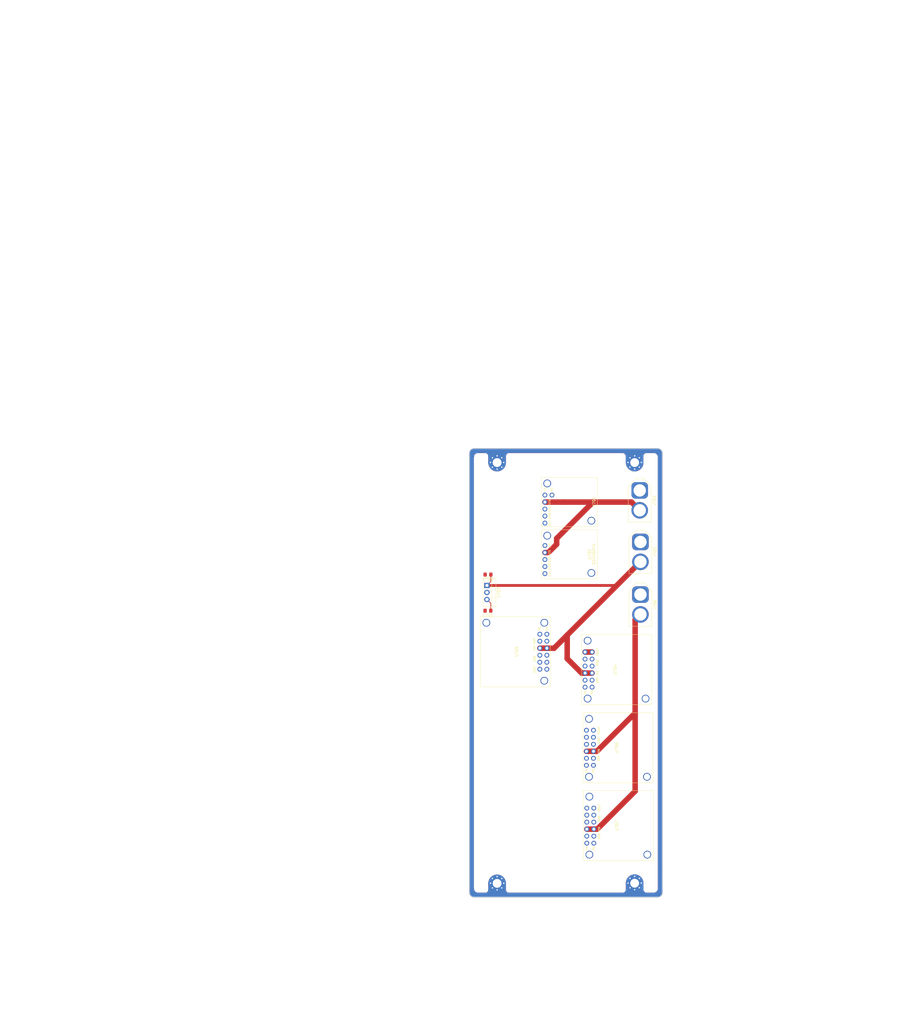
<source format=kicad_pcb>
(kicad_pcb (version 20171130) (host pcbnew "(5.1.7)-1")

  (general
    (thickness 1.6)
    (drawings 124)
    (tracks 33)
    (zones 0)
    (modules 17)
    (nets 31)
  )

  (page A3)
  (layers
    (0 F.Cu signal)
    (31 B.Cu signal)
    (32 B.Adhes user)
    (33 F.Adhes user)
    (34 B.Paste user)
    (35 F.Paste user)
    (36 B.SilkS user)
    (37 F.SilkS user)
    (38 B.Mask user)
    (39 F.Mask user)
    (40 Dwgs.User user)
    (41 Cmts.User user)
    (42 Eco1.User user)
    (43 Eco2.User user)
    (44 Edge.Cuts user)
    (45 Margin user)
    (46 B.CrtYd user)
    (47 F.CrtYd user)
    (48 B.Fab user)
    (49 F.Fab user)
  )

  (setup
    (last_trace_width 2)
    (user_trace_width 2)
    (trace_clearance 0.2)
    (zone_clearance 0.508)
    (zone_45_only no)
    (trace_min 0.2)
    (via_size 0.8)
    (via_drill 0.4)
    (via_min_size 0.4)
    (via_min_drill 0.3)
    (uvia_size 0.3)
    (uvia_drill 0.1)
    (uvias_allowed no)
    (uvia_min_size 0.2)
    (uvia_min_drill 0.1)
    (edge_width 0.05)
    (segment_width 0.2)
    (pcb_text_width 0.3)
    (pcb_text_size 1.5 1.5)
    (mod_edge_width 0.12)
    (mod_text_size 1 1)
    (mod_text_width 0.15)
    (pad_size 1.524 1.524)
    (pad_drill 0.762)
    (pad_to_mask_clearance 0)
    (aux_axis_origin 0 0)
    (visible_elements 7FFFFFFF)
    (pcbplotparams
      (layerselection 0x010fc_ffffffff)
      (usegerberextensions false)
      (usegerberattributes true)
      (usegerberadvancedattributes true)
      (creategerberjobfile true)
      (excludeedgelayer true)
      (linewidth 0.100000)
      (plotframeref false)
      (viasonmask false)
      (mode 1)
      (useauxorigin false)
      (hpglpennumber 1)
      (hpglpenspeed 20)
      (hpglpendiameter 15.000000)
      (psnegative false)
      (psa4output false)
      (plotreference true)
      (plotvalue true)
      (plotinvisibletext false)
      (padsonsilk false)
      (subtractmaskfromsilk false)
      (outputformat 1)
      (mirror false)
      (drillshape 1)
      (scaleselection 1)
      (outputdirectory ""))
  )

  (net 0 "")
  (net 1 GND)
  (net 2 9V_PT_SUPPLY)
  (net 3 "Net-(C702-Pad1)")
  (net 4 "Net-(J701-Pad2)")
  (net 5 "Net-(J706-Pad2)")
  (net 6 "Net-(U701-Pad6)")
  (net 7 "Net-(U701-Pad1)")
  (net 8 3V3_MCU_SUPPLY)
  (net 9 "Net-(U702-Pad1)")
  (net 10 5V_MPU_SUPPLY)
  (net 11 6V_HYBRID_SERVO0)
  (net 12 "Net-(U704-Pad2)")
  (net 13 "Net-(U704-Pad1)")
  (net 14 "Net-(U704-Pad8)")
  (net 15 "Net-(U704-Pad7)")
  (net 16 6V_HYBRID_SERVO1)
  (net 17 "Net-(U705-Pad2)")
  (net 18 "Net-(U705-Pad1)")
  (net 19 "Net-(U705-Pad8)")
  (net 20 "Net-(U705-Pad7)")
  (net 21 6V_AC_SERVO0)
  (net 22 "Net-(U706-Pad2)")
  (net 23 "Net-(U706-Pad1)")
  (net 24 "Net-(U706-Pad8)")
  (net 25 "Net-(U706-Pad7)")
  (net 26 6V_AC_SERVO1)
  (net 27 "Net-(U707-Pad2)")
  (net 28 "Net-(U707-Pad1)")
  (net 29 "Net-(U707-Pad8)")
  (net 30 "Net-(U707-Pad7)")

  (net_class Default "This is the default net class."
    (clearance 0.2)
    (trace_width 0.25)
    (via_dia 0.8)
    (via_drill 0.4)
    (uvia_dia 0.3)
    (uvia_drill 0.1)
    (add_net 3V3_MCU_SUPPLY)
    (add_net 5V_MPU_SUPPLY)
    (add_net 6V_AC_SERVO0)
    (add_net 6V_AC_SERVO1)
    (add_net 6V_HYBRID_SERVO0)
    (add_net 6V_HYBRID_SERVO1)
    (add_net 9V_PT_SUPPLY)
    (add_net GND)
    (add_net "Net-(C702-Pad1)")
    (add_net "Net-(J701-Pad2)")
    (add_net "Net-(J706-Pad2)")
    (add_net "Net-(U701-Pad1)")
    (add_net "Net-(U701-Pad6)")
    (add_net "Net-(U702-Pad1)")
    (add_net "Net-(U704-Pad1)")
    (add_net "Net-(U704-Pad2)")
    (add_net "Net-(U704-Pad7)")
    (add_net "Net-(U704-Pad8)")
    (add_net "Net-(U705-Pad1)")
    (add_net "Net-(U705-Pad2)")
    (add_net "Net-(U705-Pad7)")
    (add_net "Net-(U705-Pad8)")
    (add_net "Net-(U706-Pad1)")
    (add_net "Net-(U706-Pad2)")
    (add_net "Net-(U706-Pad7)")
    (add_net "Net-(U706-Pad8)")
    (add_net "Net-(U707-Pad1)")
    (add_net "Net-(U707-Pad2)")
    (add_net "Net-(U707-Pad7)")
    (add_net "Net-(U707-Pad8)")
  )

  (module ISS_LOGO:ISS_LOGO_small_drawing (layer F.Cu) (tedit 60027350) (tstamp 6029A3AD)
    (at 322.072 259.6134)
    (fp_text reference G*** (at 0 0) (layer F.SilkS) hide
      (effects (font (size 1.524 1.524) (thickness 0.3)))
    )
    (fp_text value LOGO (at 0.75 0) (layer F.SilkS) hide
      (effects (font (size 1.524 1.524) (thickness 0.3)))
    )
    (fp_poly (pts (xy -18.539572 -5.471255) (xy -18.425715 -5.272374) (xy -18.299689 -4.985558) (xy -18.270977 -4.910667)
      (xy -18.10549 -4.466055) (xy -17.978577 -4.150784) (xy -17.864035 -3.937741) (xy -17.735662 -3.799814)
      (xy -17.567253 -3.709891) (xy -17.332606 -3.640859) (xy -17.005518 -3.565606) (xy -16.961171 -3.555416)
      (xy -16.493826 -3.439833) (xy -16.178859 -3.342193) (xy -16.001065 -3.256137) (xy -15.94524 -3.175306)
      (xy -15.957743 -3.135779) (xy -16.048469 -3.083045) (xy -16.264641 -2.988139) (xy -16.572075 -2.865388)
      (xy -16.871808 -2.752713) (xy -17.747328 -2.432015) (xy -17.946663 -1.660507) (xy -18.081719 -1.161431)
      (xy -18.190992 -0.813833) (xy -18.280046 -0.602787) (xy -18.354445 -0.513366) (xy -18.3762 -0.508)
      (xy -18.428004 -0.582471) (xy -18.522874 -0.784819) (xy -18.646941 -1.083447) (xy -18.775729 -1.418167)
      (xy -19.114238 -2.328333) (xy -20.02421 -2.554991) (xy -20.400578 -2.654422) (xy -20.718094 -2.748906)
      (xy -20.939117 -2.826582) (xy -21.021878 -2.869345) (xy -21.053548 -2.907801) (xy -21.049196 -2.945175)
      (xy -20.987397 -2.992098) (xy -20.84673 -3.059198) (xy -20.605769 -3.157105) (xy -20.243093 -3.29645)
      (xy -19.896935 -3.42751) (xy -19.177536 -3.699441) (xy -18.955859 -4.622554) (xy -18.835339 -5.082108)
      (xy -18.731951 -5.387666) (xy -18.647807 -5.533403) (xy -18.621115 -5.545667) (xy -18.539572 -5.471255)) (layer Dwgs.User) (width 0.01))
    (fp_poly (pts (xy 1.196701 -5.488412) (xy 1.954666 -5.484314) (xy 2.687262 -5.477727) (xy 3.375788 -5.468745)
      (xy 4.00154 -5.457458) (xy 4.545816 -5.443958) (xy 4.989913 -5.428335) (xy 5.315129 -5.410682)
      (xy 5.502761 -5.39109) (xy 5.542229 -5.376333) (xy 5.475769 -5.296942) (xy 5.291912 -5.13304)
      (xy 5.010041 -4.899945) (xy 4.649535 -4.612974) (xy 4.229778 -4.287444) (xy 3.77015 -3.938673)
      (xy 3.290033 -3.581976) (xy 3.048 -3.405189) (xy 2.497667 -3.005667) (xy -1.171584 -2.963333)
      (xy -4.840836 -2.921) (xy -5.041994 -2.687038) (xy -5.14031 -2.56933) (xy -5.204065 -2.472957)
      (xy -5.219609 -2.395579) (xy -5.173294 -2.334858) (xy -5.05147 -2.288455) (xy -4.840487 -2.254031)
      (xy -4.526696 -2.229248) (xy -4.096447 -2.211765) (xy -3.536092 -2.199246) (xy -2.83198 -2.18935)
      (xy -2.088914 -2.181023) (xy -1.215538 -2.170481) (xy -0.493005 -2.157912) (xy 0.097175 -2.140851)
      (xy 0.573492 -2.116832) (xy 0.954435 -2.083389) (xy 1.258494 -2.038057) (xy 1.50416 -1.978371)
      (xy 1.709923 -1.901864) (xy 1.894271 -1.806071) (xy 2.075695 -1.688527) (xy 2.184441 -1.611171)
      (xy 2.554703 -1.249926) (xy 2.774801 -0.816156) (xy 2.84353 -0.31786) (xy 2.759687 0.236962)
      (xy 2.545985 0.792048) (xy 2.378351 1.112163) (xy 2.205596 1.403871) (xy 2.064877 1.604461)
      (xy 2.063859 1.605674) (xy 1.941759 1.785913) (xy 1.950553 1.876814) (xy 1.960513 1.881171)
      (xy 2.094559 1.879269) (xy 2.369697 1.839765) (xy 2.763188 1.767878) (xy 3.130754 1.693444)
      (xy 7.127747 1.693444) (xy 7.146949 1.720101) (xy 7.306544 1.740238) (xy 7.612219 1.754009)
      (xy 8.069662 1.761567) (xy 8.684557 1.763066) (xy 9.462593 1.758659) (xy 9.525 1.758118)
      (xy 12.065 1.735667) (xy 12.536966 1.50388) (xy 12.898104 1.282153) (xy 13.12005 1.0505)
      (xy 13.199261 0.826343) (xy 13.132192 0.627104) (xy 12.915299 0.470206) (xy 12.758394 0.415445)
      (xy 12.204439 0.338289) (xy 11.537222 0.373771) (xy 10.768531 0.520356) (xy 9.910154 0.776508)
      (xy 9.863667 0.792663) (xy 9.374966 0.959899) (xy 8.862275 1.129119) (xy 8.387075 1.28037)
      (xy 8.016747 1.39201) (xy 7.668748 1.496824) (xy 7.372028 1.595071) (xy 7.17259 1.671154)
      (xy 7.127747 1.693444) (xy 3.130754 1.693444) (xy 3.252297 1.668831) (xy 3.814286 1.547844)
      (xy 4.426418 1.410139) (xy 5.065955 1.260936) (xy 5.71016 1.105458) (xy 6.336296 0.948924)
      (xy 6.921627 0.796557) (xy 7.443414 0.653576) (xy 7.87892 0.525205) (xy 7.916334 0.513534)
      (xy 8.424334 0.354113) (xy 7.662334 0.345899) (xy 6.859905 0.308294) (xy 6.201998 0.210967)
      (xy 5.67281 0.0487) (xy 5.25654 -0.183725) (xy 4.937386 -0.491529) (xy 4.875277 -0.574643)
      (xy 4.721867 -0.826196) (xy 4.651271 -1.061181) (xy 4.63832 -1.367475) (xy 4.639063 -1.399342)
      (xy 4.733025 -1.946287) (xy 4.975229 -2.509123) (xy 5.348204 -3.068931) (xy 5.834475 -3.606794)
      (xy 6.416569 -4.103793) (xy 7.077012 -4.541009) (xy 7.79833 -4.899526) (xy 7.916334 -4.947575)
      (xy 8.176498 -5.049115) (xy 8.413306 -5.135734) (xy 8.642413 -5.208737) (xy 8.879479 -5.269433)
      (xy 9.140161 -5.319128) (xy 9.440116 -5.35913) (xy 9.795003 -5.390747) (xy 10.22048 -5.415286)
      (xy 10.732204 -5.434053) (xy 11.345833 -5.448357) (xy 12.077025 -5.459505) (xy 12.941438 -5.468805)
      (xy 13.954731 -5.477562) (xy 14.297047 -5.480336) (xy 15.245628 -5.486617) (xy 16.118389 -5.489699)
      (xy 16.902551 -5.489687) (xy 17.585338 -5.486682) (xy 18.153971 -5.480788) (xy 18.595672 -5.472109)
      (xy 18.897664 -5.460747) (xy 19.047168 -5.446806) (xy 19.060669 -5.441865) (xy 19.084378 -5.401986)
      (xy 19.072262 -5.348075) (xy 19.010232 -5.267938) (xy 18.884202 -5.149382) (xy 18.680085 -4.980213)
      (xy 18.383793 -4.748238) (xy 17.981239 -4.441264) (xy 17.458336 -4.047098) (xy 17.389443 -3.995323)
      (xy 16.025219 -2.970254) (xy 12.381741 -2.945627) (xy 11.498764 -2.939322) (xy 10.769501 -2.932945)
      (xy 10.178335 -2.925736) (xy 9.709649 -2.916937) (xy 9.347827 -2.905787) (xy 9.077249 -2.891526)
      (xy 8.8823 -2.873395) (xy 8.747361 -2.850634) (xy 8.656816 -2.822483) (xy 8.595048 -2.788182)
      (xy 8.560132 -2.759711) (xy 8.42639 -2.570859) (xy 8.382 -2.399878) (xy 8.382 -2.201333)
      (xy 10.939266 -2.201333) (xy 11.633686 -2.197973) (xy 12.319999 -2.188485) (xy 12.966797 -2.173759)
      (xy 13.54267 -2.154685) (xy 14.016211 -2.132153) (xy 14.356011 -2.107054) (xy 14.389433 -2.103571)
      (xy 15.282334 -2.005809) (xy 16.394892 -2.565196) (xy 17.191715 -2.975247) (xy 17.863869 -3.343512)
      (xy 18.444447 -3.689731) (xy 18.966541 -4.033642) (xy 19.463244 -4.394987) (xy 19.466388 -4.397379)
      (xy 19.755317 -4.613788) (xy 19.992907 -4.785125) (xy 20.148078 -4.889349) (xy 20.190176 -4.910667)
      (xy 20.190172 -4.845913) (xy 20.12427 -4.687855) (xy 20.113326 -4.666321) (xy 19.916393 -4.390364)
      (xy 19.590388 -4.056764) (xy 19.158065 -3.682856) (xy 18.642181 -3.285975) (xy 18.06549 -2.883456)
      (xy 17.45075 -2.492634) (xy 16.820715 -2.130845) (xy 16.7005 -2.06647) (xy 16.377249 -1.889008)
      (xy 16.118907 -1.734857) (xy 15.956839 -1.623498) (xy 15.917334 -1.580008) (xy 15.962335 -1.466811)
      (xy 16.071299 -1.291643) (xy 16.077913 -1.282294) (xy 16.304837 -0.822983) (xy 16.374671 -0.307322)
      (xy 16.287809 0.258811) (xy 16.044645 0.869538) (xy 15.918052 1.100667) (xy 15.374619 1.87478)
      (xy 14.707854 2.548076) (xy 13.911332 3.125352) (xy 12.978625 3.611405) (xy 12.107334 3.945377)
      (xy 11.387667 4.184452) (xy 6.307667 4.208434) (xy 5.238566 4.213874) (xy 4.32777 4.218599)
      (xy 3.564254 4.221526) (xy 2.936991 4.221573) (xy 2.434953 4.217659) (xy 2.047114 4.208702)
      (xy 1.762447 4.19362) (xy 1.569924 4.171331) (xy 1.45852 4.140754) (xy 1.417208 4.100807)
      (xy 1.43496 4.050408) (xy 1.50075 3.988476) (xy 1.60355 3.913927) (xy 1.732335 3.825682)
      (xy 1.814773 3.767667) (xy 2.110522 3.546621) (xy 2.397876 3.317613) (xy 2.648108 3.105381)
      (xy 2.83249 2.934659) (xy 2.922293 2.830185) (xy 2.924775 2.811886) (xy 2.828368 2.811531)
      (xy 2.597156 2.844576) (xy 2.26103 2.905063) (xy 1.849882 2.987032) (xy 1.393603 3.084524)
      (xy 0.922083 3.191581) (xy 0.465667 3.302129) (xy 0.143879 3.391979) (xy -0.278707 3.522553)
      (xy -0.744213 3.675445) (xy -1.143 3.813693) (xy -2.159 4.176316) (xy -4.064 4.243281)
      (xy -4.690019 4.267933) (xy -5.327959 4.297741) (xy -5.934576 4.330349) (xy -6.466627 4.363402)
      (xy -6.880868 4.394546) (xy -6.942666 4.400051) (xy -7.456587 4.447586) (xy -8.027359 4.500592)
      (xy -8.565692 4.550769) (xy -8.805333 4.57319) (xy -9.104482 4.592901) (xy -9.530417 4.609589)
      (xy -10.053522 4.623107) (xy -10.644178 4.63331) (xy -11.272767 4.640051) (xy -11.909671 4.643184)
      (xy -12.525273 4.642564) (xy -13.089953 4.638044) (xy -13.574095 4.629478) (xy -13.948079 4.61672)
      (xy -14.181666 4.599702) (xy -15.203122 4.458025) (xy -16.070114 4.305211) (xy -16.797337 4.137787)
      (xy -17.399488 3.952278) (xy -17.891262 3.745212) (xy -17.972053 3.703875) (xy -18.500461 3.361857)
      (xy -18.865615 2.981945) (xy -19.06868 2.566738) (xy -19.110824 2.118831) (xy -18.993212 1.640822)
      (xy -18.778136 1.247179) (xy -15.705795 1.247179) (xy -15.666072 1.389796) (xy -15.559289 1.58236)
      (xy -15.403758 1.771218) (xy -15.239651 1.917724) (xy -15.107139 1.983232) (xy -15.062245 1.970698)
      (xy -15.003002 1.879979) (xy -14.874394 1.664712) (xy -14.689882 1.348044) (xy -14.462927 0.953123)
      (xy -14.206991 0.503094) (xy -14.145647 0.39459) (xy -13.888842 -0.061844) (xy -13.663006 -0.466481)
      (xy -13.48053 -0.796853) (xy -13.353803 -1.030492) (xy -13.295215 -1.144927) (xy -13.292666 -1.152259)
      (xy -13.251454 -1.239036) (xy -13.146897 -1.417752) (xy -13.079938 -1.525683) (xy -12.972369 -1.720872)
      (xy -12.935449 -1.842517) (xy -12.951304 -1.862667) (xy -13.08125 -1.812578) (xy -13.309089 -1.677864)
      (xy -13.602253 -1.481849) (xy -13.928173 -1.247859) (xy -14.254282 -0.999221) (xy -14.548011 -0.759259)
      (xy -14.762148 -0.565719) (xy -15.219315 -0.061071) (xy -15.531736 0.415261) (xy -15.695275 0.854327)
      (xy -15.705795 1.247179) (xy -18.778136 1.247179) (xy -18.717011 1.135307) (xy -18.283388 0.604883)
      (xy -17.693509 0.052146) (xy -16.94854 -0.520306) (xy -16.049649 -1.109876) (xy -15.721286 -1.306663)
      (xy -15.387742 -1.495011) (xy -14.98143 -1.712985) (xy -14.529262 -1.947399) (xy -14.058151 -2.185064)
      (xy -13.595008 -2.412795) (xy -13.166747 -2.617405) (xy -12.800278 -2.785706) (xy -12.522514 -2.904512)
      (xy -12.360367 -2.960636) (xy -12.340312 -2.963333) (xy -12.244651 -3.032663) (xy -12.113144 -3.210683)
      (xy -12.024082 -3.3655) (xy -11.867772 -3.657577) (xy -11.643462 -4.066482) (xy -11.367707 -4.562331)
      (xy -11.057066 -5.115242) (xy -10.933373 -5.334) (xy -10.875669 -5.383881) (xy -10.75175 -5.420775)
      (xy -10.538221 -5.447124) (xy -10.211686 -5.465373) (xy -9.74875 -5.477963) (xy -9.515884 -5.482028)
      (xy -9.049061 -5.484707) (xy -8.637508 -5.478396) (xy -8.312992 -5.464255) (xy -8.107281 -5.443449)
      (xy -8.05457 -5.428561) (xy -8.005636 -5.358442) (xy -8.02813 -5.230318) (xy -8.131249 -5.010044)
      (xy -8.202737 -4.878367) (xy -8.398649 -4.524372) (xy -8.614699 -4.132693) (xy -8.733969 -3.915833)
      (xy -8.915909 -3.587372) (xy -9.13425 -3.197319) (xy -9.338198 -2.836333) (xy -9.495574 -2.55876)
      (xy -9.713449 -2.173449) (xy -9.969316 -1.720259) (xy -10.240668 -1.239044) (xy -10.413997 -0.931333)
      (xy -10.675737 -0.4678) (xy -10.929613 -0.020616) (xy -11.155418 0.374797) (xy -11.332942 0.683014)
      (xy -11.418434 0.829226) (xy -11.557699 1.069006) (xy -11.653855 1.2436) (xy -11.684 1.309063)
      (xy -11.724148 1.391145) (xy -11.83141 1.583457) (xy -11.986011 1.850889) (xy -12.059847 1.976393)
      (xy -12.27944 2.356375) (xy -12.40994 2.618113) (xy -12.452536 2.786624) (xy -12.408415 2.886924)
      (xy -12.278765 2.944028) (xy -12.107333 2.976497) (xy -11.790833 3.012409) (xy -11.419825 3.036668)
      (xy -11.24825 3.041724) (xy -11.012963 3.038463) (xy -10.830238 3.007966) (xy -10.653091 2.930077)
      (xy -10.434536 2.784642) (xy -10.155179 2.572836) (xy -9.909872 2.379892) (xy -9.707544 2.220762)
      (xy -9.52959 2.092214) (xy -9.357408 1.991015) (xy -9.172395 1.913934) (xy -8.955947 1.857737)
      (xy -8.68946 1.819193) (xy -8.354333 1.795069) (xy -7.93196 1.782133) (xy -7.40374 1.777153)
      (xy -6.751069 1.776896) (xy -5.955344 1.77813) (xy -5.582383 1.778316) (xy -4.580101 1.776492)
      (xy -3.732005 1.770007) (xy -3.022971 1.757042) (xy -2.437877 1.73578) (xy -1.961599 1.704401)
      (xy -1.579014 1.661088) (xy -1.274997 1.604021) (xy -1.034427 1.531383) (xy -0.84218 1.441355)
      (xy -0.683131 1.332118) (xy -0.542159 1.201854) (xy -0.510455 1.168464) (xy -0.360784 0.93409)
      (xy -0.376785 0.718904) (xy -0.516756 0.542289) (xy -0.570594 0.50134) (xy -0.644048 0.467521)
      (xy -0.753554 0.439859) (xy -0.915548 0.417381) (xy -1.146465 0.399113) (xy -1.462743 0.384082)
      (xy -1.880815 0.371316) (xy -2.41712 0.359841) (xy -3.088091 0.348684) (xy -3.910166 0.336872)
      (xy -4.009256 0.335508) (xy -4.89287 0.322827) (xy -5.624913 0.309769) (xy -6.223133 0.294063)
      (xy -6.705283 0.273438) (xy -7.089113 0.245625) (xy -7.392373 0.20835) (xy -7.632815 0.159345)
      (xy -7.828188 0.096338) (xy -7.996244 0.017058) (xy -8.154733 -0.080765) (xy -8.321405 -0.199402)
      (xy -8.348918 -0.219656) (xy -8.665551 -0.546542) (xy -8.843622 -0.943867) (xy -8.890078 -1.395464)
      (xy -8.811866 -1.885165) (xy -8.615933 -2.396803) (xy -8.309227 -2.91421) (xy -7.898695 -3.421219)
      (xy -7.391283 -3.901661) (xy -6.79394 -4.33937) (xy -6.503242 -4.51492) (xy -5.691327 -4.914662)
      (xy -4.859152 -5.195165) (xy -3.953433 -5.372697) (xy -3.535971 -5.420685) (xy -3.248352 -5.439776)
      (xy -2.83648 -5.455649) (xy -2.319059 -5.468394) (xy -1.714791 -5.478104) (xy -1.042378 -5.484869)
      (xy -0.320524 -5.488781) (xy 0.43207 -5.489932) (xy 1.196701 -5.488412)) (layer Dwgs.User) (width 0.01))
  )

  (module D36V50F6:D36V50F6-TARS (layer F.Cu) (tedit 5FA5BCAE) (tstamp 60358178)
    (at 223.139 183.642 270)
    (path /602211E1)
    (fp_text reference U707 (at 12.7 -12.2 90) (layer F.SilkS)
      (effects (font (size 1 1) (thickness 0.15)))
    )
    (fp_text value D36V50F6 (at 12.7 -13.2 90) (layer F.Fab)
      (effects (font (size 1 1) (thickness 0.15)))
    )
    (fp_line (start -7.62 -33.02) (end -7.62 -33.02) (layer F.SilkS) (width 0.12))
    (fp_line (start 0 0) (end 0 -25.4) (layer F.SilkS) (width 0.12))
    (fp_line (start 0 -25.4) (end 25.4 -25.4) (layer F.SilkS) (width 0.12))
    (fp_line (start 25.4 -25.4) (end 25.4 0) (layer F.SilkS) (width 0.12))
    (fp_line (start 25.4 0) (end 0 0) (layer F.SilkS) (width 0.12))
    (fp_text user VRP (at 16.51 -5.75 90) (layer F.SilkS)
      (effects (font (size 0.75 0.75) (thickness 0.15)))
    )
    (fp_text user VIN (at 13.97 -5.75 90) (layer F.SilkS)
      (effects (font (size 0.75 0.75) (thickness 0.15)))
    )
    (fp_text user GND (at 10.16 -5.75 90) (layer F.SilkS)
      (effects (font (size 0.75 0.75) (thickness 0.15)))
    )
    (fp_text user VOUT (at 6.35 -5.75 90) (layer F.SilkS)
      (effects (font (size 0.75 0.75) (thickness 0.15)))
    )
    (fp_text user EN (at 21 -1.27 90) (layer F.SilkS)
      (effects (font (size 0.75 0.75) (thickness 0.15)))
    )
    (fp_text user PG (at 21 -3.81 90) (layer F.SilkS)
      (effects (font (size 0.75 0.75) (thickness 0.15)))
    )
    (pad "" np_thru_hole circle (at 23.2 -2.2 270) (size 2.8 2.8) (drill 2.18) (layers *.Cu *.Mask))
    (pad "" np_thru_hole circle (at 23.2 -23.2 270) (size 2.8 2.8) (drill 2.18) (layers *.Cu *.Mask))
    (pad "" np_thru_hole circle (at 2.2 -2.2 270) (size 2.8 2.8) (drill 2.18) (layers *.Cu *.Mask))
    (pad 6 thru_hole circle (at 6.35 -3.81 270) (size 1.75 1.75) (drill 1.02) (layers *.Cu *.Mask)
      (net 26 6V_AC_SERVO1))
    (pad 5 thru_hole circle (at 8.89 -3.81 270) (size 1.75 1.75) (drill 1.02) (layers *.Cu *.Mask)
      (net 1 GND))
    (pad 4 thru_hole circle (at 11.43 -3.81 270) (size 1.75 1.75) (drill 1.02) (layers *.Cu *.Mask)
      (net 1 GND))
    (pad 3 thru_hole circle (at 13.97 -3.81 270) (size 1.75 1.75) (drill 1.02) (layers *.Cu *.Mask)
      (net 5 "Net-(J706-Pad2)"))
    (pad 2 thru_hole circle (at 16.51 -3.81 270) (size 1.75 1.75) (drill 1.02) (layers *.Cu *.Mask)
      (net 27 "Net-(U707-Pad2)"))
    (pad 1 thru_hole circle (at 19.05 -3.81 270) (size 1.75 1.75) (drill 1.02) (layers *.Cu *.Mask)
      (net 28 "Net-(U707-Pad1)"))
    (pad 12 thru_hole circle (at 6.35 -1.27 270) (size 1.75 1.75) (drill 1.02) (layers *.Cu *.Mask)
      (net 26 6V_AC_SERVO1))
    (pad 11 thru_hole circle (at 8.89 -1.27 270) (size 1.75 1.75) (drill 1.02) (layers *.Cu *.Mask)
      (net 1 GND))
    (pad 10 thru_hole circle (at 11.43 -1.27 270) (size 1.75 1.75) (drill 1.02) (layers *.Cu *.Mask)
      (net 1 GND))
    (pad 9 thru_hole circle (at 13.97 -1.27 270) (size 1.75 1.75) (drill 1.02) (layers *.Cu *.Mask)
      (net 5 "Net-(J706-Pad2)"))
    (pad 8 thru_hole circle (at 16.51 -1.27 270) (size 1.75 1.75) (drill 1.02) (layers *.Cu *.Mask)
      (net 29 "Net-(U707-Pad8)"))
    (pad 7 thru_hole circle (at 19.05 -1.27 270) (size 1.75 1.75) (drill 1.02) (layers *.Cu *.Mask)
      (net 30 "Net-(U707-Pad7)"))
  )

  (module D36V50F6:D36V50F6-TARS (layer F.Cu) (tedit 5FA5BCAE) (tstamp 6029BCCA)
    (at 223.012 155.448 270)
    (path /602211DB)
    (fp_text reference U706 (at 12.7 -12.2 90) (layer F.SilkS)
      (effects (font (size 1 1) (thickness 0.15)))
    )
    (fp_text value D36V50F6 (at 12.7 -13.2 90) (layer F.Fab)
      (effects (font (size 1 1) (thickness 0.15)))
    )
    (fp_line (start -7.62 -33.02) (end -7.62 -33.02) (layer F.SilkS) (width 0.12))
    (fp_line (start 0 0) (end 0 -25.4) (layer F.SilkS) (width 0.12))
    (fp_line (start 0 -25.4) (end 25.4 -25.4) (layer F.SilkS) (width 0.12))
    (fp_line (start 25.4 -25.4) (end 25.4 0) (layer F.SilkS) (width 0.12))
    (fp_line (start 25.4 0) (end 0 0) (layer F.SilkS) (width 0.12))
    (fp_text user VRP (at 16.51 -5.75 90) (layer F.SilkS)
      (effects (font (size 0.75 0.75) (thickness 0.15)))
    )
    (fp_text user VIN (at 13.97 -5.75 90) (layer F.SilkS)
      (effects (font (size 0.75 0.75) (thickness 0.15)))
    )
    (fp_text user GND (at 10.16 -5.75 90) (layer F.SilkS)
      (effects (font (size 0.75 0.75) (thickness 0.15)))
    )
    (fp_text user VOUT (at 6.35 -5.75 90) (layer F.SilkS)
      (effects (font (size 0.75 0.75) (thickness 0.15)))
    )
    (fp_text user EN (at 21 -1.27 90) (layer F.SilkS)
      (effects (font (size 0.75 0.75) (thickness 0.15)))
    )
    (fp_text user PG (at 21 -3.81 90) (layer F.SilkS)
      (effects (font (size 0.75 0.75) (thickness 0.15)))
    )
    (pad "" np_thru_hole circle (at 23.2 -2.2 270) (size 2.8 2.8) (drill 2.18) (layers *.Cu *.Mask))
    (pad "" np_thru_hole circle (at 23.2 -23.2 270) (size 2.8 2.8) (drill 2.18) (layers *.Cu *.Mask))
    (pad "" np_thru_hole circle (at 2.2 -2.2 270) (size 2.8 2.8) (drill 2.18) (layers *.Cu *.Mask))
    (pad 6 thru_hole circle (at 6.35 -3.81 270) (size 1.75 1.75) (drill 1.02) (layers *.Cu *.Mask)
      (net 21 6V_AC_SERVO0))
    (pad 5 thru_hole circle (at 8.89 -3.81 270) (size 1.75 1.75) (drill 1.02) (layers *.Cu *.Mask)
      (net 1 GND))
    (pad 4 thru_hole circle (at 11.43 -3.81 270) (size 1.75 1.75) (drill 1.02) (layers *.Cu *.Mask)
      (net 1 GND))
    (pad 3 thru_hole circle (at 13.97 -3.81 270) (size 1.75 1.75) (drill 1.02) (layers *.Cu *.Mask)
      (net 5 "Net-(J706-Pad2)"))
    (pad 2 thru_hole circle (at 16.51 -3.81 270) (size 1.75 1.75) (drill 1.02) (layers *.Cu *.Mask)
      (net 22 "Net-(U706-Pad2)"))
    (pad 1 thru_hole circle (at 19.05 -3.81 270) (size 1.75 1.75) (drill 1.02) (layers *.Cu *.Mask)
      (net 23 "Net-(U706-Pad1)"))
    (pad 12 thru_hole circle (at 6.35 -1.27 270) (size 1.75 1.75) (drill 1.02) (layers *.Cu *.Mask)
      (net 21 6V_AC_SERVO0))
    (pad 11 thru_hole circle (at 8.89 -1.27 270) (size 1.75 1.75) (drill 1.02) (layers *.Cu *.Mask)
      (net 1 GND))
    (pad 10 thru_hole circle (at 11.43 -1.27 270) (size 1.75 1.75) (drill 1.02) (layers *.Cu *.Mask)
      (net 1 GND))
    (pad 9 thru_hole circle (at 13.97 -1.27 270) (size 1.75 1.75) (drill 1.02) (layers *.Cu *.Mask)
      (net 5 "Net-(J706-Pad2)"))
    (pad 8 thru_hole circle (at 16.51 -1.27 270) (size 1.75 1.75) (drill 1.02) (layers *.Cu *.Mask)
      (net 24 "Net-(U706-Pad8)"))
    (pad 7 thru_hole circle (at 19.05 -1.27 270) (size 1.75 1.75) (drill 1.02) (layers *.Cu *.Mask)
      (net 25 "Net-(U706-Pad7)"))
  )

  (module D36V50F6:D36V50F6-TARS (layer F.Cu) (tedit 5FA5BCAE) (tstamp 6029AC0E)
    (at 211.201 146.05 90)
    (path /601EE673)
    (fp_text reference U705 (at 12.7 -12.2 90) (layer F.SilkS)
      (effects (font (size 1 1) (thickness 0.15)))
    )
    (fp_text value D36V50F6 (at 12.7 -13.2 90) (layer F.Fab)
      (effects (font (size 1 1) (thickness 0.15)))
    )
    (fp_line (start -7.62 -33.02) (end -7.62 -33.02) (layer F.SilkS) (width 0.12))
    (fp_line (start 0 0) (end 0 -25.4) (layer F.SilkS) (width 0.12))
    (fp_line (start 0 -25.4) (end 25.4 -25.4) (layer F.SilkS) (width 0.12))
    (fp_line (start 25.4 -25.4) (end 25.4 0) (layer F.SilkS) (width 0.12))
    (fp_line (start 25.4 0) (end 0 0) (layer F.SilkS) (width 0.12))
    (fp_text user VRP (at 16.51 -5.75 90) (layer F.SilkS)
      (effects (font (size 0.75 0.75) (thickness 0.15)))
    )
    (fp_text user VIN (at 13.97 -5.75 90) (layer F.SilkS)
      (effects (font (size 0.75 0.75) (thickness 0.15)))
    )
    (fp_text user GND (at 10.16 -5.75 90) (layer F.SilkS)
      (effects (font (size 0.75 0.75) (thickness 0.15)))
    )
    (fp_text user VOUT (at 6.35 -5.75 90) (layer F.SilkS)
      (effects (font (size 0.75 0.75) (thickness 0.15)))
    )
    (fp_text user EN (at 21 -1.27 90) (layer F.SilkS)
      (effects (font (size 0.75 0.75) (thickness 0.15)))
    )
    (fp_text user PG (at 21 -3.81 90) (layer F.SilkS)
      (effects (font (size 0.75 0.75) (thickness 0.15)))
    )
    (pad "" np_thru_hole circle (at 23.2 -2.2 90) (size 2.8 2.8) (drill 2.18) (layers *.Cu *.Mask))
    (pad "" np_thru_hole circle (at 23.2 -23.2 90) (size 2.8 2.8) (drill 2.18) (layers *.Cu *.Mask))
    (pad "" np_thru_hole circle (at 2.2 -2.2 90) (size 2.8 2.8) (drill 2.18) (layers *.Cu *.Mask))
    (pad 6 thru_hole circle (at 6.35 -3.81 90) (size 1.75 1.75) (drill 1.02) (layers *.Cu *.Mask)
      (net 16 6V_HYBRID_SERVO1))
    (pad 5 thru_hole circle (at 8.89 -3.81 90) (size 1.75 1.75) (drill 1.02) (layers *.Cu *.Mask)
      (net 1 GND))
    (pad 4 thru_hole circle (at 11.43 -3.81 90) (size 1.75 1.75) (drill 1.02) (layers *.Cu *.Mask)
      (net 1 GND))
    (pad 3 thru_hole circle (at 13.97 -3.81 90) (size 1.75 1.75) (drill 1.02) (layers *.Cu *.Mask)
      (net 3 "Net-(C702-Pad1)"))
    (pad 2 thru_hole circle (at 16.51 -3.81 90) (size 1.75 1.75) (drill 1.02) (layers *.Cu *.Mask)
      (net 17 "Net-(U705-Pad2)"))
    (pad 1 thru_hole circle (at 19.05 -3.81 90) (size 1.75 1.75) (drill 1.02) (layers *.Cu *.Mask)
      (net 18 "Net-(U705-Pad1)"))
    (pad 12 thru_hole circle (at 6.35 -1.27 90) (size 1.75 1.75) (drill 1.02) (layers *.Cu *.Mask)
      (net 16 6V_HYBRID_SERVO1))
    (pad 11 thru_hole circle (at 8.89 -1.27 90) (size 1.75 1.75) (drill 1.02) (layers *.Cu *.Mask)
      (net 1 GND))
    (pad 10 thru_hole circle (at 11.43 -1.27 90) (size 1.75 1.75) (drill 1.02) (layers *.Cu *.Mask)
      (net 1 GND))
    (pad 9 thru_hole circle (at 13.97 -1.27 90) (size 1.75 1.75) (drill 1.02) (layers *.Cu *.Mask)
      (net 3 "Net-(C702-Pad1)"))
    (pad 8 thru_hole circle (at 16.51 -1.27 90) (size 1.75 1.75) (drill 1.02) (layers *.Cu *.Mask)
      (net 19 "Net-(U705-Pad8)"))
    (pad 7 thru_hole circle (at 19.05 -1.27 90) (size 1.75 1.75) (drill 1.02) (layers *.Cu *.Mask)
      (net 20 "Net-(U705-Pad7)"))
  )

  (module D36V50F6:D36V50F6-TARS (layer F.Cu) (tedit 5FA5BCAE) (tstamp 6029ABF0)
    (at 222.504 127.127 270)
    (path /601E967F)
    (fp_text reference U704 (at 12.7 -12.2 90) (layer F.SilkS)
      (effects (font (size 1 1) (thickness 0.15)))
    )
    (fp_text value D36V50F6 (at 12.7 -13.2 90) (layer F.Fab)
      (effects (font (size 1 1) (thickness 0.15)))
    )
    (fp_line (start -7.62 -33.02) (end -7.62 -33.02) (layer F.SilkS) (width 0.12))
    (fp_line (start 0 0) (end 0 -25.4) (layer F.SilkS) (width 0.12))
    (fp_line (start 0 -25.4) (end 25.4 -25.4) (layer F.SilkS) (width 0.12))
    (fp_line (start 25.4 -25.4) (end 25.4 0) (layer F.SilkS) (width 0.12))
    (fp_line (start 25.4 0) (end 0 0) (layer F.SilkS) (width 0.12))
    (fp_text user VRP (at 16.51 -5.75 90) (layer F.SilkS)
      (effects (font (size 0.75 0.75) (thickness 0.15)))
    )
    (fp_text user VIN (at 13.97 -5.75 90) (layer F.SilkS)
      (effects (font (size 0.75 0.75) (thickness 0.15)))
    )
    (fp_text user GND (at 10.16 -5.75 90) (layer F.SilkS)
      (effects (font (size 0.75 0.75) (thickness 0.15)))
    )
    (fp_text user VOUT (at 6.35 -5.75 90) (layer F.SilkS)
      (effects (font (size 0.75 0.75) (thickness 0.15)))
    )
    (fp_text user EN (at 21 -1.27 90) (layer F.SilkS)
      (effects (font (size 0.75 0.75) (thickness 0.15)))
    )
    (fp_text user PG (at 21 -3.81 90) (layer F.SilkS)
      (effects (font (size 0.75 0.75) (thickness 0.15)))
    )
    (pad "" np_thru_hole circle (at 23.2 -2.2 270) (size 2.8 2.8) (drill 2.18) (layers *.Cu *.Mask))
    (pad "" np_thru_hole circle (at 23.2 -23.2 270) (size 2.8 2.8) (drill 2.18) (layers *.Cu *.Mask))
    (pad "" np_thru_hole circle (at 2.2 -2.2 270) (size 2.8 2.8) (drill 2.18) (layers *.Cu *.Mask))
    (pad 6 thru_hole circle (at 6.35 -3.81 270) (size 1.75 1.75) (drill 1.02) (layers *.Cu *.Mask)
      (net 11 6V_HYBRID_SERVO0))
    (pad 5 thru_hole circle (at 8.89 -3.81 270) (size 1.75 1.75) (drill 1.02) (layers *.Cu *.Mask)
      (net 1 GND))
    (pad 4 thru_hole circle (at 11.43 -3.81 270) (size 1.75 1.75) (drill 1.02) (layers *.Cu *.Mask)
      (net 1 GND))
    (pad 3 thru_hole circle (at 13.97 -3.81 270) (size 1.75 1.75) (drill 1.02) (layers *.Cu *.Mask)
      (net 3 "Net-(C702-Pad1)"))
    (pad 2 thru_hole circle (at 16.51 -3.81 270) (size 1.75 1.75) (drill 1.02) (layers *.Cu *.Mask)
      (net 12 "Net-(U704-Pad2)"))
    (pad 1 thru_hole circle (at 19.05 -3.81 270) (size 1.75 1.75) (drill 1.02) (layers *.Cu *.Mask)
      (net 13 "Net-(U704-Pad1)"))
    (pad 12 thru_hole circle (at 6.35 -1.27 270) (size 1.75 1.75) (drill 1.02) (layers *.Cu *.Mask)
      (net 11 6V_HYBRID_SERVO0))
    (pad 11 thru_hole circle (at 8.89 -1.27 270) (size 1.75 1.75) (drill 1.02) (layers *.Cu *.Mask)
      (net 1 GND))
    (pad 10 thru_hole circle (at 11.43 -1.27 270) (size 1.75 1.75) (drill 1.02) (layers *.Cu *.Mask)
      (net 1 GND))
    (pad 9 thru_hole circle (at 13.97 -1.27 270) (size 1.75 1.75) (drill 1.02) (layers *.Cu *.Mask)
      (net 3 "Net-(C702-Pad1)"))
    (pad 8 thru_hole circle (at 16.51 -1.27 270) (size 1.75 1.75) (drill 1.02) (layers *.Cu *.Mask)
      (net 14 "Net-(U704-Pad8)"))
    (pad 7 thru_hole circle (at 19.05 -1.27 270) (size 1.75 1.75) (drill 1.02) (layers *.Cu *.Mask)
      (net 15 "Net-(U704-Pad7)"))
  )

  (module Package_TO_SOT_THT:TO-220-3_Vertical (layer F.Cu) (tedit 5AC8BA0D) (tstamp 6029BEAF)
    (at 188.214 109.347 270)
    (descr "TO-220-3, Vertical, RM 2.54mm, see https://www.vishay.com/docs/66542/to-220-1.pdf")
    (tags "TO-220-3 Vertical RM 2.54mm")
    (path /601FB04D)
    (fp_text reference U703 (at 2.54 -4.27 90) (layer F.SilkS)
      (effects (font (size 1 1) (thickness 0.15)))
    )
    (fp_text value LM7809_TO220 (at 2.54 2.5 90) (layer F.Fab)
      (effects (font (size 1 1) (thickness 0.15)))
    )
    (fp_line (start -2.46 -3.15) (end -2.46 1.25) (layer F.Fab) (width 0.1))
    (fp_line (start -2.46 1.25) (end 7.54 1.25) (layer F.Fab) (width 0.1))
    (fp_line (start 7.54 1.25) (end 7.54 -3.15) (layer F.Fab) (width 0.1))
    (fp_line (start 7.54 -3.15) (end -2.46 -3.15) (layer F.Fab) (width 0.1))
    (fp_line (start -2.46 -1.88) (end 7.54 -1.88) (layer F.Fab) (width 0.1))
    (fp_line (start 0.69 -3.15) (end 0.69 -1.88) (layer F.Fab) (width 0.1))
    (fp_line (start 4.39 -3.15) (end 4.39 -1.88) (layer F.Fab) (width 0.1))
    (fp_line (start -2.58 -3.27) (end 7.66 -3.27) (layer F.SilkS) (width 0.12))
    (fp_line (start -2.58 1.371) (end 7.66 1.371) (layer F.SilkS) (width 0.12))
    (fp_line (start -2.58 -3.27) (end -2.58 1.371) (layer F.SilkS) (width 0.12))
    (fp_line (start 7.66 -3.27) (end 7.66 1.371) (layer F.SilkS) (width 0.12))
    (fp_line (start -2.58 -1.76) (end 7.66 -1.76) (layer F.SilkS) (width 0.12))
    (fp_line (start 0.69 -3.27) (end 0.69 -1.76) (layer F.SilkS) (width 0.12))
    (fp_line (start 4.391 -3.27) (end 4.391 -1.76) (layer F.SilkS) (width 0.12))
    (fp_line (start -2.71 -3.4) (end -2.71 1.51) (layer F.CrtYd) (width 0.05))
    (fp_line (start -2.71 1.51) (end 7.79 1.51) (layer F.CrtYd) (width 0.05))
    (fp_line (start 7.79 1.51) (end 7.79 -3.4) (layer F.CrtYd) (width 0.05))
    (fp_line (start 7.79 -3.4) (end -2.71 -3.4) (layer F.CrtYd) (width 0.05))
    (fp_text user %R (at 2.54 -4.27 90) (layer F.Fab)
      (effects (font (size 1 1) (thickness 0.15)))
    )
    (pad 3 thru_hole oval (at 5.08 0 270) (size 1.905 2) (drill 1.1) (layers *.Cu *.Mask)
      (net 2 9V_PT_SUPPLY))
    (pad 2 thru_hole oval (at 2.54 0 270) (size 1.905 2) (drill 1.1) (layers *.Cu *.Mask)
      (net 1 GND))
    (pad 1 thru_hole rect (at 0 0 270) (size 1.905 2) (drill 1.1) (layers *.Cu *.Mask)
      (net 3 "Net-(C702-Pad1)"))
    (model ${KISYS3DMOD}/Package_TO_SOT_THT.3dshapes/TO-220-3_Vertical.wrl
      (at (xyz 0 0 0))
      (scale (xyz 1 1 1))
      (rotate (xyz 0 0 0))
    )
  )

  (module D24V50F5:D24V50F5 (layer F.Cu) (tedit 6008E43C) (tstamp 6029BEF4)
    (at 228.264001 98.063 270)
    (path /601E1FFD)
    (fp_text reference U702 (at 0 2.81 90) (layer F.SilkS)
      (effects (font (size 1 1) (thickness 0.15)))
    )
    (fp_text value D24V50F5 (at 0 1.27 90) (layer F.SilkS)
      (effects (font (size 1 1) (thickness 0.15)))
    )
    (fp_line (start -8.9 0) (end 8.9 0) (layer F.SilkS) (width 0.12))
    (fp_line (start -8.9 0) (end -8.9 20.3) (layer F.SilkS) (width 0.12))
    (fp_line (start 8.9 0) (end 8.9 20.3) (layer F.SilkS) (width 0.12))
    (fp_line (start -8.9 20.3) (end 8.9 20.3) (layer F.SilkS) (width 0.12))
    (fp_text user OUT (at 6.99 17.35 90) (layer F.SilkS)
      (effects (font (size 0.8 0.8) (thickness 0.12)))
    )
    (fp_text user GND (at 4.45 17.35 90) (layer F.SilkS)
      (effects (font (size 0.8 0.8) (thickness 0.12)))
    )
    (fp_text user GND (at 1.91 17.35 90) (layer F.SilkS)
      (effects (font (size 0.8 0.8) (thickness 0.12)))
    )
    (fp_text user VIN (at -0.63 17.35 90) (layer F.SilkS)
      (effects (font (size 0.8 0.8) (thickness 0.12)))
    )
    (fp_text user EN (at -3.17 17.35 90) (layer F.SilkS)
      (effects (font (size 0.8 0.8) (thickness 0.12)))
    )
    (pad 1 thru_hole circle (at -3.17 19.03 270) (size 1.75 1.75) (drill 1.02) (layers *.Cu *.Mask)
      (net 9 "Net-(U702-Pad1)"))
    (pad 2 thru_hole circle (at -0.63 19.03 270) (size 1.75 1.75) (drill 1.02) (layers *.Cu *.Mask)
      (net 4 "Net-(J701-Pad2)"))
    (pad 3 thru_hole circle (at 1.91 19.03 270) (size 1.75 1.75) (drill 1.02) (layers *.Cu *.Mask)
      (net 1 GND))
    (pad 4 thru_hole circle (at 4.45 19.03 270) (size 1.75 1.75) (drill 1.02) (layers *.Cu *.Mask)
      (net 1 GND))
    (pad 5 thru_hole circle (at 6.99 19.03 270) (size 1.75 1.75) (drill 1.02) (layers *.Cu *.Mask)
      (net 10 5V_MPU_SUPPLY))
    (pad "" np_thru_hole circle (at -6.75 18.2 270) (size 2.8 2.8) (drill 2.18) (layers *.Cu *.Mask))
    (pad "" np_thru_hole circle (at 6.75 2.2 270) (size 2.8 2.8) (drill 2.18) (layers *.Cu *.Mask))
  )

  (module D36V28F3:D36V28F3 (layer F.Cu) (tedit 6008E648) (tstamp 6029BC83)
    (at 228.264001 79.143 270)
    (path /601DD3FB)
    (fp_text reference U701 (at 0 1.27 90) (layer F.SilkS)
      (effects (font (size 1 1) (thickness 0.15)))
    )
    (fp_text value D36V28F3 (at 0 2.7 90) (layer F.Fab)
      (effects (font (size 1 1) (thickness 0.15)))
    )
    (fp_line (start -8.9 0) (end 8.9 0) (layer F.SilkS) (width 0.12))
    (fp_line (start -8.9 0) (end -8.9 20.3) (layer F.SilkS) (width 0.12))
    (fp_line (start 8.9 0) (end 8.9 20.3) (layer F.SilkS) (width 0.12))
    (fp_line (start -8.9 20.3) (end 8.9 20.3) (layer F.SilkS) (width 0.12))
    (fp_text user PG (at -4.53 16.5 90) (layer F.SilkS)
      (effects (font (size 0.8 0.8) (thickness 0.12)))
    )
    (fp_text user VIN (at 0.01 17.35 90) (layer F.SilkS)
      (effects (font (size 0.8 0.8) (thickness 0.12)))
    )
    (fp_text user GND (at 2.55 17.35 90) (layer F.SilkS)
      (effects (font (size 0.8 0.8) (thickness 0.12)))
    )
    (fp_text user GND (at 5.09 17.35 90) (layer F.SilkS)
      (effects (font (size 0.8 0.8) (thickness 0.12)))
    )
    (fp_text user EN (at -4.5 19 90) (layer F.SilkS)
      (effects (font (size 0.8 0.8) (thickness 0.12)))
    )
    (fp_text user OUT (at 7.63 17.35 90) (layer F.SilkS)
      (effects (font (size 0.8 0.8) (thickness 0.12)))
    )
    (pad 6 thru_hole circle (at -2.53 16.49 270) (size 1.75 1.75) (drill 1.02) (layers *.Cu *.Mask)
      (net 6 "Net-(U701-Pad6)"))
    (pad 2 thru_hole circle (at 0.01 19.03 270) (size 1.75 1.75) (drill 1.02) (layers *.Cu *.Mask)
      (net 4 "Net-(J701-Pad2)"))
    (pad 1 thru_hole circle (at -2.53 19.03 270) (size 1.75 1.75) (drill 1.02) (layers *.Cu *.Mask)
      (net 7 "Net-(U701-Pad1)"))
    (pad 3 thru_hole circle (at 2.55 19.03 270) (size 1.75 1.75) (drill 1.02) (layers *.Cu *.Mask)
      (net 1 GND))
    (pad 4 thru_hole circle (at 5.09 19.03 270) (size 1.75 1.75) (drill 1.02) (layers *.Cu *.Mask)
      (net 1 GND))
    (pad "" np_thru_hole circle (at -6.75 18.2 270) (size 2.8 2.8) (drill 2.18) (layers *.Cu *.Mask))
    (pad "" np_thru_hole circle (at 6.75 2.2 270) (size 2.8 2.8) (drill 2.18) (layers *.Cu *.Mask))
    (pad 5 thru_hole circle (at 7.63 19.03 270) (size 1.75 1.75) (drill 1.02) (layers *.Cu *.Mask)
      (net 8 3V3_MCU_SUPPLY))
  )

  (module Connector_AMASS:AMASS_XT60-M_1x02_P7.20mm_Vertical (layer F.Cu) (tedit 5D6C1D36) (tstamp 60358236)
    (at 243.84 112.649 270)
    (descr "AMASS female XT60, through hole, vertical, https://www.tme.eu/Document/2d152ced3b7a446066e6c419d84bb460/XT60%20SPEC.pdf")
    (tags "XT60 female vertical")
    (path /602211CE)
    (fp_text reference J706 (at 3.6 -5.3 270) (layer F.SilkS)
      (effects (font (size 1 1) (thickness 0.15)))
    )
    (fp_text value XT60 (at 3.6 5.4 90) (layer F.Fab)
      (effects (font (size 1 1) (thickness 0.15)))
    )
    (fp_line (start -1.6 -4.6) (end 11.85 -4.6) (layer F.CrtYd) (width 0.05))
    (fp_line (start -4.65 -1.85) (end -1.6 -4.6) (layer F.CrtYd) (width 0.05))
    (fp_line (start -4.65 1.85) (end -4.65 -1.85) (layer F.CrtYd) (width 0.05))
    (fp_line (start -1.6 4.6) (end -4.65 1.85) (layer F.CrtYd) (width 0.05))
    (fp_line (start 11.85 4.6) (end -1.6 4.6) (layer F.CrtYd) (width 0.05))
    (fp_line (start 11.85 -4.6) (end 11.85 4.6) (layer F.CrtYd) (width 0.05))
    (fp_line (start 11.35 4.05) (end 11.35 -4.05) (layer F.Fab) (width 0.12))
    (fp_line (start -1.4 4.05) (end 11.35 4.05) (layer F.Fab) (width 0.12))
    (fp_line (start -4.15 1.55) (end -1.4 4.05) (layer F.Fab) (width 0.12))
    (fp_line (start -4.15 -1.55) (end -4.15 1.55) (layer F.Fab) (width 0.12))
    (fp_line (start -1.4 -4.05) (end -4.15 -1.55) (layer F.Fab) (width 0.12))
    (fp_line (start 11.35 -4.05) (end -1.4 -4.05) (layer F.Fab) (width 0.12))
    (fp_line (start -4.25 1.55) (end -1.4 4.15) (layer F.SilkS) (width 0.12))
    (fp_line (start -1.4 -4.15) (end -4.25 -1.6) (layer F.SilkS) (width 0.12))
    (fp_line (start 11.45 4.15) (end 11.45 -4.15) (layer F.SilkS) (width 0.12))
    (fp_line (start -1.4 4.15) (end 11.45 4.15) (layer F.SilkS) (width 0.12))
    (fp_line (start -4.25 -1.6) (end -4.25 1.55) (layer F.SilkS) (width 0.12))
    (fp_line (start 11.45 -4.15) (end -1.4 -4.15) (layer F.SilkS) (width 0.12))
    (fp_text user %R (at 3.6 0.05 90) (layer F.Fab)
      (effects (font (size 1 1) (thickness 0.15)))
    )
    (pad 1 thru_hole roundrect (at 0 0 270) (size 6 6) (drill 4.5) (layers *.Cu *.Mask) (roundrect_rratio 0.25)
      (net 1 GND))
    (pad 2 thru_hole circle (at 7.2 0 270) (size 6 6) (drill 4.5) (layers *.Cu *.Mask)
      (net 5 "Net-(J706-Pad2)"))
    (model ${KISYS3DMOD}/Connector_AMASS.3dshapes/AMASS_XT60-M_1x02_P7.2mm_Vertical.wrl
      (at (xyz 0 0 0))
      (scale (xyz 1 1 1))
      (rotate (xyz 0 0 0))
    )
  )

  (module Connector_AMASS:AMASS_XT60-M_1x02_P7.20mm_Vertical (layer F.Cu) (tedit 5D6C1D36) (tstamp 603594E9)
    (at 243.84 93.599 270)
    (descr "AMASS female XT60, through hole, vertical, https://www.tme.eu/Document/2d152ced3b7a446066e6c419d84bb460/XT60%20SPEC.pdf")
    (tags "XT60 female vertical")
    (path /601E9237)
    (fp_text reference J702 (at 3.6 -5.3 270) (layer F.SilkS)
      (effects (font (size 1 1) (thickness 0.15)))
    )
    (fp_text value XT60 (at 3.6 5.4 90) (layer F.Fab)
      (effects (font (size 1 1) (thickness 0.15)))
    )
    (fp_line (start -1.6 -4.6) (end 11.85 -4.6) (layer F.CrtYd) (width 0.05))
    (fp_line (start -4.65 -1.85) (end -1.6 -4.6) (layer F.CrtYd) (width 0.05))
    (fp_line (start -4.65 1.85) (end -4.65 -1.85) (layer F.CrtYd) (width 0.05))
    (fp_line (start -1.6 4.6) (end -4.65 1.85) (layer F.CrtYd) (width 0.05))
    (fp_line (start 11.85 4.6) (end -1.6 4.6) (layer F.CrtYd) (width 0.05))
    (fp_line (start 11.85 -4.6) (end 11.85 4.6) (layer F.CrtYd) (width 0.05))
    (fp_line (start 11.35 4.05) (end 11.35 -4.05) (layer F.Fab) (width 0.12))
    (fp_line (start -1.4 4.05) (end 11.35 4.05) (layer F.Fab) (width 0.12))
    (fp_line (start -4.15 1.55) (end -1.4 4.05) (layer F.Fab) (width 0.12))
    (fp_line (start -4.15 -1.55) (end -4.15 1.55) (layer F.Fab) (width 0.12))
    (fp_line (start -1.4 -4.05) (end -4.15 -1.55) (layer F.Fab) (width 0.12))
    (fp_line (start 11.35 -4.05) (end -1.4 -4.05) (layer F.Fab) (width 0.12))
    (fp_line (start -4.25 1.55) (end -1.4 4.15) (layer F.SilkS) (width 0.12))
    (fp_line (start -1.4 -4.15) (end -4.25 -1.6) (layer F.SilkS) (width 0.12))
    (fp_line (start 11.45 4.15) (end 11.45 -4.15) (layer F.SilkS) (width 0.12))
    (fp_line (start -1.4 4.15) (end 11.45 4.15) (layer F.SilkS) (width 0.12))
    (fp_line (start -4.25 -1.6) (end -4.25 1.55) (layer F.SilkS) (width 0.12))
    (fp_line (start 11.45 -4.15) (end -1.4 -4.15) (layer F.SilkS) (width 0.12))
    (fp_text user %R (at 3.6 0.05 90) (layer F.Fab)
      (effects (font (size 1 1) (thickness 0.15)))
    )
    (pad 1 thru_hole roundrect (at 0 0 270) (size 6 6) (drill 4.5) (layers *.Cu *.Mask) (roundrect_rratio 0.25)
      (net 1 GND))
    (pad 2 thru_hole circle (at 7.2 0 270) (size 6 6) (drill 4.5) (layers *.Cu *.Mask)
      (net 3 "Net-(C702-Pad1)"))
    (model ${KISYS3DMOD}/Connector_AMASS.3dshapes/AMASS_XT60-M_1x02_P7.2mm_Vertical.wrl
      (at (xyz 0 0 0))
      (scale (xyz 1 1 1))
      (rotate (xyz 0 0 0))
    )
  )

  (module Connector_AMASS:AMASS_XT60-M_1x02_P7.20mm_Vertical (layer F.Cu) (tedit 5D6C1D36) (tstamp 60359593)
    (at 243.586 74.93 270)
    (descr "AMASS female XT60, through hole, vertical, https://www.tme.eu/Document/2d152ced3b7a446066e6c419d84bb460/XT60%20SPEC.pdf")
    (tags "XT60 female vertical")
    (path /601E0383)
    (fp_text reference J701 (at 3.6 -5.3 270) (layer F.SilkS)
      (effects (font (size 1 1) (thickness 0.15)))
    )
    (fp_text value XT60 (at 3.6 5.4 90) (layer F.Fab)
      (effects (font (size 1 1) (thickness 0.15)))
    )
    (fp_line (start -1.6 -4.6) (end 11.85 -4.6) (layer F.CrtYd) (width 0.05))
    (fp_line (start -4.65 -1.85) (end -1.6 -4.6) (layer F.CrtYd) (width 0.05))
    (fp_line (start -4.65 1.85) (end -4.65 -1.85) (layer F.CrtYd) (width 0.05))
    (fp_line (start -1.6 4.6) (end -4.65 1.85) (layer F.CrtYd) (width 0.05))
    (fp_line (start 11.85 4.6) (end -1.6 4.6) (layer F.CrtYd) (width 0.05))
    (fp_line (start 11.85 -4.6) (end 11.85 4.6) (layer F.CrtYd) (width 0.05))
    (fp_line (start 11.35 4.05) (end 11.35 -4.05) (layer F.Fab) (width 0.12))
    (fp_line (start -1.4 4.05) (end 11.35 4.05) (layer F.Fab) (width 0.12))
    (fp_line (start -4.15 1.55) (end -1.4 4.05) (layer F.Fab) (width 0.12))
    (fp_line (start -4.15 -1.55) (end -4.15 1.55) (layer F.Fab) (width 0.12))
    (fp_line (start -1.4 -4.05) (end -4.15 -1.55) (layer F.Fab) (width 0.12))
    (fp_line (start 11.35 -4.05) (end -1.4 -4.05) (layer F.Fab) (width 0.12))
    (fp_line (start -4.25 1.55) (end -1.4 4.15) (layer F.SilkS) (width 0.12))
    (fp_line (start -1.4 -4.15) (end -4.25 -1.6) (layer F.SilkS) (width 0.12))
    (fp_line (start 11.45 4.15) (end 11.45 -4.15) (layer F.SilkS) (width 0.12))
    (fp_line (start -1.4 4.15) (end 11.45 4.15) (layer F.SilkS) (width 0.12))
    (fp_line (start -4.25 -1.6) (end -4.25 1.55) (layer F.SilkS) (width 0.12))
    (fp_line (start 11.45 -4.15) (end -1.4 -4.15) (layer F.SilkS) (width 0.12))
    (fp_text user %R (at 3.6 0.05 90) (layer F.Fab)
      (effects (font (size 1 1) (thickness 0.15)))
    )
    (pad 1 thru_hole roundrect (at 0 0 270) (size 6 6) (drill 4.5) (layers *.Cu *.Mask) (roundrect_rratio 0.25)
      (net 1 GND))
    (pad 2 thru_hole circle (at 7.2 0 270) (size 6 6) (drill 4.5) (layers *.Cu *.Mask)
      (net 4 "Net-(J701-Pad2)"))
    (model ${KISYS3DMOD}/Connector_AMASS.3dshapes/AMASS_XT60-M_1x02_P7.2mm_Vertical.wrl
      (at (xyz 0 0 0))
      (scale (xyz 1 1 1))
      (rotate (xyz 0 0 0))
    )
  )

  (module Capacitor_SMD:C_0805_2012Metric_Pad1.18x1.45mm_HandSolder (layer F.Cu) (tedit 5F68FEEF) (tstamp 6029BC4E)
    (at 188.595 105.41 180)
    (descr "Capacitor SMD 0805 (2012 Metric), square (rectangular) end terminal, IPC_7351 nominal with elongated pad for handsoldering. (Body size source: IPC-SM-782 page 76, https://www.pcb-3d.com/wordpress/wp-content/uploads/ipc-sm-782a_amendment_1_and_2.pdf, https://docs.google.com/spreadsheets/d/1BsfQQcO9C6DZCsRaXUlFlo91Tg2WpOkGARC1WS5S8t0/edit?usp=sharing), generated with kicad-footprint-generator")
    (tags "capacitor handsolder")
    (path /602024D2)
    (attr smd)
    (fp_text reference C702 (at 0 -1.68) (layer F.SilkS)
      (effects (font (size 1 1) (thickness 0.15)))
    )
    (fp_text value 100nF (at 0 1.68) (layer F.Fab)
      (effects (font (size 1 1) (thickness 0.15)))
    )
    (fp_line (start -1 0.625) (end -1 -0.625) (layer F.Fab) (width 0.1))
    (fp_line (start -1 -0.625) (end 1 -0.625) (layer F.Fab) (width 0.1))
    (fp_line (start 1 -0.625) (end 1 0.625) (layer F.Fab) (width 0.1))
    (fp_line (start 1 0.625) (end -1 0.625) (layer F.Fab) (width 0.1))
    (fp_line (start -0.261252 -0.735) (end 0.261252 -0.735) (layer F.SilkS) (width 0.12))
    (fp_line (start -0.261252 0.735) (end 0.261252 0.735) (layer F.SilkS) (width 0.12))
    (fp_line (start -1.88 0.98) (end -1.88 -0.98) (layer F.CrtYd) (width 0.05))
    (fp_line (start -1.88 -0.98) (end 1.88 -0.98) (layer F.CrtYd) (width 0.05))
    (fp_line (start 1.88 -0.98) (end 1.88 0.98) (layer F.CrtYd) (width 0.05))
    (fp_line (start 1.88 0.98) (end -1.88 0.98) (layer F.CrtYd) (width 0.05))
    (fp_text user %R (at 0 0) (layer F.Fab)
      (effects (font (size 0.5 0.5) (thickness 0.08)))
    )
    (pad 2 smd roundrect (at 1.0375 0 180) (size 1.175 1.45) (layers F.Cu F.Paste F.Mask) (roundrect_rratio 0.212766)
      (net 1 GND))
    (pad 1 smd roundrect (at -1.0375 0 180) (size 1.175 1.45) (layers F.Cu F.Paste F.Mask) (roundrect_rratio 0.212766)
      (net 3 "Net-(C702-Pad1)"))
    (model ${KISYS3DMOD}/Capacitor_SMD.3dshapes/C_0805_2012Metric.wrl
      (at (xyz 0 0 0))
      (scale (xyz 1 1 1))
      (rotate (xyz 0 0 0))
    )
  )

  (module Capacitor_SMD:C_0805_2012Metric_Pad1.18x1.45mm_HandSolder (layer F.Cu) (tedit 5F68FEEF) (tstamp 6029BD5C)
    (at 188.5735 118.491 180)
    (descr "Capacitor SMD 0805 (2012 Metric), square (rectangular) end terminal, IPC_7351 nominal with elongated pad for handsoldering. (Body size source: IPC-SM-782 page 76, https://www.pcb-3d.com/wordpress/wp-content/uploads/ipc-sm-782a_amendment_1_and_2.pdf, https://docs.google.com/spreadsheets/d/1BsfQQcO9C6DZCsRaXUlFlo91Tg2WpOkGARC1WS5S8t0/edit?usp=sharing), generated with kicad-footprint-generator")
    (tags "capacitor handsolder")
    (path /60204F9A)
    (attr smd)
    (fp_text reference C701 (at 0 -1.68) (layer F.SilkS)
      (effects (font (size 1 1) (thickness 0.15)))
    )
    (fp_text value 100nF (at 0 1.68) (layer F.Fab)
      (effects (font (size 1 1) (thickness 0.15)))
    )
    (fp_line (start -1 0.625) (end -1 -0.625) (layer F.Fab) (width 0.1))
    (fp_line (start -1 -0.625) (end 1 -0.625) (layer F.Fab) (width 0.1))
    (fp_line (start 1 -0.625) (end 1 0.625) (layer F.Fab) (width 0.1))
    (fp_line (start 1 0.625) (end -1 0.625) (layer F.Fab) (width 0.1))
    (fp_line (start -0.261252 -0.735) (end 0.261252 -0.735) (layer F.SilkS) (width 0.12))
    (fp_line (start -0.261252 0.735) (end 0.261252 0.735) (layer F.SilkS) (width 0.12))
    (fp_line (start -1.88 0.98) (end -1.88 -0.98) (layer F.CrtYd) (width 0.05))
    (fp_line (start -1.88 -0.98) (end 1.88 -0.98) (layer F.CrtYd) (width 0.05))
    (fp_line (start 1.88 -0.98) (end 1.88 0.98) (layer F.CrtYd) (width 0.05))
    (fp_line (start 1.88 0.98) (end -1.88 0.98) (layer F.CrtYd) (width 0.05))
    (fp_text user %R (at 0 0) (layer F.Fab)
      (effects (font (size 0.5 0.5) (thickness 0.08)))
    )
    (pad 2 smd roundrect (at 1.0375 0 180) (size 1.175 1.45) (layers F.Cu F.Paste F.Mask) (roundrect_rratio 0.212766)
      (net 1 GND))
    (pad 1 smd roundrect (at -1.0375 0 180) (size 1.175 1.45) (layers F.Cu F.Paste F.Mask) (roundrect_rratio 0.212766)
      (net 2 9V_PT_SUPPLY))
    (model ${KISYS3DMOD}/Capacitor_SMD.3dshapes/C_0805_2012Metric.wrl
      (at (xyz 0 0 0))
      (scale (xyz 1 1 1))
      (rotate (xyz 0 0 0))
    )
  )

  (module MountingHole:MountingHole_3.2mm_M3_Pad_Via (layer F.Cu) (tedit 601A49C6) (tstamp 6029A2E9)
    (at 241.75 64.8)
    (descr "Mounting Hole 3.2mm, M3")
    (tags "mounting hole 3.2mm m3")
    (attr virtual)
    (fp_text reference REF** (at 0 -4.2) (layer F.SilkS) hide
      (effects (font (size 1 1) (thickness 0.15)))
    )
    (fp_text value MountingHole_3.2mm_M3_Pad_Via (at 0 4.2) (layer F.Fab) hide
      (effects (font (size 1 1) (thickness 0.15)))
    )
    (fp_circle (center 0 0) (end 3.2 0) (layer Cmts.User) (width 0.15))
    (fp_circle (center 0 0) (end 3.45 0) (layer F.CrtYd) (width 0.05))
    (fp_text user %R (at 0.3 0) (layer F.Fab)
      (effects (font (size 1 1) (thickness 0.15)))
    )
    (pad "" thru_hole circle (at 0 0.0508) (size 6.4 6.4) (drill 3.2) (layers *.Cu *.Mask))
    (pad 1 thru_hole circle (at 2.4 0) (size 0.8 0.8) (drill 0.5) (layers *.Cu *.Mask))
    (pad 1 thru_hole circle (at 1.697056 1.697056) (size 0.8 0.8) (drill 0.5) (layers *.Cu *.Mask))
    (pad 1 thru_hole circle (at 0 2.4) (size 0.8 0.8) (drill 0.5) (layers *.Cu *.Mask))
    (pad 1 thru_hole circle (at -1.697056 1.697056) (size 0.8 0.8) (drill 0.5) (layers *.Cu *.Mask))
    (pad 1 thru_hole circle (at -2.4 0) (size 0.8 0.8) (drill 0.5) (layers *.Cu *.Mask))
    (pad 1 thru_hole circle (at -1.697056 -1.697056) (size 0.8 0.8) (drill 0.5) (layers *.Cu *.Mask))
    (pad 1 thru_hole circle (at 0 -2.4) (size 0.8 0.8) (drill 0.5) (layers *.Cu *.Mask))
    (pad 1 thru_hole circle (at 1.697056 -1.697056) (size 0.8 0.8) (drill 0.5) (layers *.Cu *.Mask))
  )

  (module MountingHole:MountingHole_3.2mm_M3_Pad_Via (layer F.Cu) (tedit 601A49C6) (tstamp 6029A291)
    (at 191.9 64.8)
    (descr "Mounting Hole 3.2mm, M3")
    (tags "mounting hole 3.2mm m3")
    (attr virtual)
    (fp_text reference REF** (at 0 -4.2) (layer F.SilkS) hide
      (effects (font (size 1 1) (thickness 0.15)))
    )
    (fp_text value MountingHole_3.2mm_M3_Pad_Via (at 0 4.2) (layer F.Fab) hide
      (effects (font (size 1 1) (thickness 0.15)))
    )
    (fp_circle (center 0 0) (end 3.2 0) (layer Cmts.User) (width 0.15))
    (fp_circle (center 0 0) (end 3.45 0) (layer F.CrtYd) (width 0.05))
    (fp_text user %R (at 0.3 0) (layer F.Fab)
      (effects (font (size 1 1) (thickness 0.15)))
    )
    (pad "" thru_hole circle (at 0 0.0508) (size 6.4 6.4) (drill 3.2) (layers *.Cu *.Mask))
    (pad 1 thru_hole circle (at 2.4 0) (size 0.8 0.8) (drill 0.5) (layers *.Cu *.Mask))
    (pad 1 thru_hole circle (at 1.697056 1.697056) (size 0.8 0.8) (drill 0.5) (layers *.Cu *.Mask))
    (pad 1 thru_hole circle (at 0 2.4) (size 0.8 0.8) (drill 0.5) (layers *.Cu *.Mask))
    (pad 1 thru_hole circle (at -1.697056 1.697056) (size 0.8 0.8) (drill 0.5) (layers *.Cu *.Mask))
    (pad 1 thru_hole circle (at -2.4 0) (size 0.8 0.8) (drill 0.5) (layers *.Cu *.Mask))
    (pad 1 thru_hole circle (at -1.697056 -1.697056) (size 0.8 0.8) (drill 0.5) (layers *.Cu *.Mask))
    (pad 1 thru_hole circle (at 0 -2.4) (size 0.8 0.8) (drill 0.5) (layers *.Cu *.Mask))
    (pad 1 thru_hole circle (at 1.697056 -1.697056) (size 0.8 0.8) (drill 0.5) (layers *.Cu *.Mask))
  )

  (module MountingHole:MountingHole_3.2mm_M3_Pad_Via (layer F.Cu) (tedit 601A49C6) (tstamp 6029A282)
    (at 191.9 217.2)
    (descr "Mounting Hole 3.2mm, M3")
    (tags "mounting hole 3.2mm m3")
    (attr virtual)
    (fp_text reference REF** (at 0 -4.2) (layer F.SilkS) hide
      (effects (font (size 1 1) (thickness 0.15)))
    )
    (fp_text value MountingHole_3.2mm_M3_Pad_Via (at 0 4.2) (layer F.Fab) hide
      (effects (font (size 1 1) (thickness 0.15)))
    )
    (fp_circle (center 0 0) (end 3.2 0) (layer Cmts.User) (width 0.15))
    (fp_circle (center 0 0) (end 3.45 0) (layer F.CrtYd) (width 0.05))
    (fp_text user %R (at 0.3 0) (layer F.Fab)
      (effects (font (size 1 1) (thickness 0.15)))
    )
    (pad 1 thru_hole circle (at 1.697056 -1.697056) (size 0.8 0.8) (drill 0.5) (layers *.Cu *.Mask))
    (pad 1 thru_hole circle (at 0 -2.4) (size 0.8 0.8) (drill 0.5) (layers *.Cu *.Mask))
    (pad 1 thru_hole circle (at -1.697056 -1.697056) (size 0.8 0.8) (drill 0.5) (layers *.Cu *.Mask))
    (pad 1 thru_hole circle (at -2.4 0) (size 0.8 0.8) (drill 0.5) (layers *.Cu *.Mask))
    (pad 1 thru_hole circle (at -1.697056 1.697056) (size 0.8 0.8) (drill 0.5) (layers *.Cu *.Mask))
    (pad 1 thru_hole circle (at 0 2.4) (size 0.8 0.8) (drill 0.5) (layers *.Cu *.Mask))
    (pad 1 thru_hole circle (at 1.697056 1.697056) (size 0.8 0.8) (drill 0.5) (layers *.Cu *.Mask))
    (pad 1 thru_hole circle (at 2.4 0) (size 0.8 0.8) (drill 0.5) (layers *.Cu *.Mask))
    (pad "" thru_hole circle (at 0 0.0508) (size 6.4 6.4) (drill 3.2) (layers *.Cu *.Mask))
  )

  (module MountingHole:MountingHole_3.2mm_M3_Pad_Via (layer F.Cu) (tedit 601A49C6) (tstamp 6029A273)
    (at 241.75 217.1492)
    (descr "Mounting Hole 3.2mm, M3")
    (tags "mounting hole 3.2mm m3")
    (attr virtual)
    (fp_text reference REF** (at 0 -4.2) (layer F.SilkS) hide
      (effects (font (size 1 1) (thickness 0.15)))
    )
    (fp_text value MountingHole_3.2mm_M3_Pad_Via (at 0 4.2) (layer F.Fab) hide
      (effects (font (size 1 1) (thickness 0.15)))
    )
    (fp_circle (center 0 0) (end 3.2 0) (layer Cmts.User) (width 0.15))
    (fp_circle (center 0 0) (end 3.45 0) (layer F.CrtYd) (width 0.05))
    (fp_text user %R (at 0.3 0) (layer F.Fab)
      (effects (font (size 1 1) (thickness 0.15)))
    )
    (pad "" thru_hole circle (at 0 0.0508) (size 6.4 6.4) (drill 3.2) (layers *.Cu *.Mask))
    (pad 1 thru_hole circle (at 2.4 0) (size 0.8 0.8) (drill 0.5) (layers *.Cu *.Mask))
    (pad 1 thru_hole circle (at 1.697056 1.697056) (size 0.8 0.8) (drill 0.5) (layers *.Cu *.Mask))
    (pad 1 thru_hole circle (at 0 2.4) (size 0.8 0.8) (drill 0.5) (layers *.Cu *.Mask))
    (pad 1 thru_hole circle (at -1.697056 1.697056) (size 0.8 0.8) (drill 0.5) (layers *.Cu *.Mask))
    (pad 1 thru_hole circle (at -2.4 0) (size 0.8 0.8) (drill 0.5) (layers *.Cu *.Mask))
    (pad 1 thru_hole circle (at -1.697056 -1.697056) (size 0.8 0.8) (drill 0.5) (layers *.Cu *.Mask))
    (pad 1 thru_hole circle (at 0 -2.4) (size 0.8 0.8) (drill 0.5) (layers *.Cu *.Mask))
    (pad 1 thru_hole circle (at 1.697056 -1.697056) (size 0.8 0.8) (drill 0.5) (layers *.Cu *.Mask))
  )

  (gr_line (start 186.055 151.13) (end 185.928 151.13) (layer Dwgs.User) (width 0.15) (tstamp 60359BE6))
  (gr_line (start 195.961 151.13) (end 195.961 177.927) (layer Dwgs.User) (width 0.15) (tstamp 60359BE5))
  (gr_line (start 185.801 177.927) (end 186.055 151.13) (layer Dwgs.User) (width 0.15) (tstamp 60359BE4))
  (gr_line (start 195.961 177.927) (end 185.801 177.927) (layer Dwgs.User) (width 0.15) (tstamp 60359BE3))
  (gr_line (start 185.928 151.13) (end 195.961 151.13) (layer Dwgs.User) (width 0.15) (tstamp 60359BE2))
  (gr_line (start 186.055 180.467) (end 185.928 180.467) (layer Dwgs.User) (width 0.15) (tstamp 60359BE6))
  (gr_line (start 195.961 180.467) (end 195.961 207.264) (layer Dwgs.User) (width 0.15) (tstamp 60359BE5))
  (gr_line (start 185.801 207.264) (end 186.055 180.467) (layer Dwgs.User) (width 0.15) (tstamp 60359BE4))
  (gr_line (start 195.961 207.264) (end 185.801 207.264) (layer Dwgs.User) (width 0.15) (tstamp 60359BE3))
  (gr_line (start 185.928 180.467) (end 195.961 180.467) (layer Dwgs.User) (width 0.15) (tstamp 60359BE2))
  (gr_line (start 236.347 218.821) (end 198.755 219.329) (layer Dwgs.User) (width 0.15) (tstamp 603589F9))
  (gr_line (start 236.347 210.312) (end 236.347 218.821) (layer Dwgs.User) (width 0.15))
  (gr_line (start 198.755 210.312) (end 236.347 210.312) (layer Dwgs.User) (width 0.15))
  (gr_line (start 198.755 219.329) (end 198.755 210.312) (layer Dwgs.User) (width 0.15))
  (gr_line (start 22.606 -102.616) (end 22.606 -74.93) (layer Dwgs.User) (width 0.15) (tstamp 60358387))
  (gr_line (start 12.192 -74.93) (end 11.811 -102.616) (layer Dwgs.User) (width 0.15) (tstamp 60358386))
  (gr_line (start 22.606 -74.93) (end 12.192 -74.93) (layer Dwgs.User) (width 0.15) (tstamp 60358385))
  (gr_line (start 11.811 -102.616) (end 22.606 -102.616) (layer Dwgs.User) (width 0.15) (tstamp 60358384))
  (gr_line (start 185.674 101.854) (end 185.293 74.168) (layer Dwgs.User) (width 0.15) (tstamp 60358374))
  (gr_line (start 196.088 101.854) (end 185.674 101.854) (layer Dwgs.User) (width 0.15))
  (gr_line (start 196.088 74.168) (end 196.088 101.854) (layer Dwgs.User) (width 0.15))
  (gr_line (start 185.293 74.168) (end 196.088 74.168) (layer Dwgs.User) (width 0.15))
  (gr_text "ILLINOIS SPACE SOCIETY" (at 320.294 266.6238) (layer Dwgs.User) (tstamp 6029A3B2)
    (effects (font (size 2.2 2) (thickness 0.2) italic))
  )
  (gr_arc (start 196.4 219.4) (end 196.4 220.9) (angle 90) (layer B.Cu) (width 0.3) (tstamp 6029A314))
  (gr_arc (start 237.2 62.7) (end 238.7 62.7) (angle -90) (layer F.Cu) (width 0.3) (tstamp 6029A313))
  (gr_arc (start 246.2 62.7) (end 246.2 61.2) (angle -90) (layer F.Cu) (width 0.3) (tstamp 6029A312))
  (gr_poly (pts (xy 188.8 220.1) (xy 188.8 217.2) (xy 195 217.2) (xy 195 220.1) (xy 195.9 221.1) (xy 187.8 221.2)) (layer F.Cu) (width 0.2) (tstamp 6029A311))
  (gr_poly (pts (xy 248.75 61.3) (xy 249.25 61.4) (xy 249.65 61.6) (xy 249.95 61.9) (xy 250.15 62.3) (xy 250.25 62.9) (xy 251.75 62.9) (xy 251.75 61.4) (xy 251.65 61) (xy 251.45 60.6) (xy 251.15 60.2) (xy 250.55 59.9) (xy 250.15 59.8) (xy 248.75 59.8)) (layer F.Mask) (width 0.1) (tstamp 6029A310))
  (gr_arc (start 250.15 61.4) (end 250.15 59.8) (angle 90) (layer F.Mask) (width 0.15) (tstamp 6029A30F))
  (gr_poly (pts (xy 250.2 61.3) (xy 183.5 61.3) (xy 183.5 59.8) (xy 250.2 59.8)) (layer F.Mask) (width 0.15) (tstamp 6029A30E))
  (gr_line (start 251.75 61.4) (end 251.75 220.6) (layer Edge.Cuts) (width 0.15) (tstamp 6029A30D))
  (gr_arc (start 250.15 220.6) (end 250.15 222.200001) (angle -90) (layer Edge.Cuts) (width 0.15) (tstamp 6029A30C))
  (gr_circle (center 191.9 217.2) (end 193.5 217.2) (layer Dwgs.User) (width 0.15) (tstamp 6029A30B))
  (gr_arc (start 183.5 220.6) (end 181.9 220.6) (angle -90) (layer Edge.Cuts) (width 0.15) (tstamp 6029A30A))
  (gr_poly (pts (xy 184.9 61.3) (xy 184.4 61.4) (xy 184 61.6) (xy 183.7 61.9) (xy 183.5 62.3) (xy 183.4 62.9) (xy 181.9 62.9) (xy 181.9 61.4) (xy 182 61) (xy 182.2 60.6) (xy 182.5 60.2) (xy 183.1 59.9) (xy 183.5 59.8) (xy 184.9 59.8)) (layer F.Cu) (width 0.15) (tstamp 6029A309))
  (gr_arc (start 250.15 61.4) (end 250.15 59.8) (angle 90) (layer F.Cu) (width 0.15) (tstamp 6029A308))
  (gr_arc (start 248.65 62.9) (end 248.65 61.3) (angle 90) (layer F.Cu) (width 0.15) (tstamp 6029A307))
  (gr_arc (start 196.4 219.4) (end 194.9 219.4) (angle -90) (layer F.Cu) (width 0.3) (tstamp 6029A306))
  (gr_arc (start 187.4 219.4) (end 187.4 220.9) (angle -90) (layer F.Cu) (width 0.3) (tstamp 6029A305))
  (gr_poly (pts (xy 238.65 220.0492) (xy 238.65 217.1492) (xy 244.85 217.1492) (xy 244.85 220.0492) (xy 245.75 221.0492) (xy 237.65 221.1492)) (layer F.Cu) (width 0.2) (tstamp 6029A304))
  (gr_arc (start 250.15 61.4) (end 250.15 59.8) (angle 90) (layer B.Cu) (width 0.15) (tstamp 6029A303))
  (gr_arc (start 248.65 219.1) (end 248.65 220.7) (angle -90) (layer B.Cu) (width 0.15) (tstamp 6029A302))
  (gr_arc (start 250.15 61.4) (end 250.15 59.8) (angle 90) (layer B.Mask) (width 0.15) (tstamp 6029A301))
  (gr_poly (pts (xy 183.4 61.4) (xy 181.9 61.4) (xy 181.9 220.6) (xy 183.4 220.6)) (layer B.Cu) (width 0.15) (tstamp 6029A300))
  (gr_arc (start 183.5 61.4) (end 181.9 61.4) (angle 90) (layer B.Cu) (width 0.15) (tstamp 6029A2FF))
  (gr_arc (start 185 219.1) (end 185 220.7) (angle 90) (layer B.Mask) (width 0.15) (tstamp 6029A2FE))
  (gr_arc (start 248.65 62.9) (end 248.65 61.3) (angle 90) (layer B.Mask) (width 0.15) (tstamp 6029A2FD))
  (gr_poly (pts (xy 248.75 61.3) (xy 249.25 61.4) (xy 249.65 61.6) (xy 249.95 61.9) (xy 250.15 62.3) (xy 250.25 62.9) (xy 251.75 62.9) (xy 251.75 61.4) (xy 251.65 61) (xy 251.45 60.6) (xy 251.15 60.2) (xy 250.55 59.9) (xy 250.15 59.8) (xy 248.75 59.8)) (layer B.Cu) (width 0.15) (tstamp 6029A2FC))
  (gr_arc (start 183.5 61.4) (end 183.5 59.8) (angle -90) (layer Edge.Cuts) (width 0.15) (tstamp 6029A2FB))
  (gr_circle (center 191.9 64.8) (end 193.5 64.8) (layer Dwgs.User) (width 0.15) (tstamp 6029A2FA))
  (gr_line (start 250.15 222.2) (end 183.5 222.2) (layer Edge.Cuts) (width 0.15) (tstamp 6029A2F9))
  (gr_line (start 183.5 59.8) (end 250.15 59.8) (layer Edge.Cuts) (width 0.15) (tstamp 6029A2F8))
  (gr_arc (start 250.15 220.6) (end 250.15 222.2) (angle -90) (layer B.Cu) (width 0.15) (tstamp 6029A2E8))
  (gr_poly (pts (xy 250.2 220.7) (xy 183.5 220.7) (xy 183.5 222.2) (xy 250.2 222.2)) (layer B.Cu) (width 0.15) (tstamp 6029A2E7))
  (gr_poly (pts (xy 183.4 62.8) (xy 183.5 62.3) (xy 183.7 61.9) (xy 184 61.6) (xy 184.4 61.4) (xy 185 61.3) (xy 185 59.8) (xy 183.5 59.8) (xy 183.1 59.9) (xy 182.7 60.1) (xy 182.3 60.4) (xy 182 61) (xy 181.9 61.4) (xy 181.9 62.8)) (layer B.Cu) (width 0.15) (tstamp 6029A2E6))
  (gr_poly (pts (xy 250.2 59.8) (xy 185 59.8) (xy 185 61.3) (xy 250.2 61.3)) (layer B.Cu) (width 0.15) (tstamp 6029A2E5))
  (gr_arc (start 183.5 61.4) (end 181.9 61.4) (angle 90) (layer B.Mask) (width 0.15) (tstamp 6029A2E4))
  (gr_poly (pts (xy 195 62) (xy 195 64.9) (xy 188.8 64.9) (xy 188.8 62) (xy 187.9 61) (xy 196 60.9)) (layer F.Cu) (width 0.2) (tstamp 6029A2E3))
  (gr_poly (pts (xy 251.7224 61.4) (xy 250.2224 61.4) (xy 250.25 220.6) (xy 251.75 220.6)) (layer B.Mask) (width 0.15) (tstamp 6029A2E2))
  (gr_arc (start 185 62.9) (end 183.4 62.9) (angle 90) (layer B.Cu) (width 0.15) (tstamp 6029A2E1))
  (gr_poly (pts (xy 248.75 61.3) (xy 249.25 61.4) (xy 249.65 61.6) (xy 249.95 61.9) (xy 250.15 62.3) (xy 250.25 62.9) (xy 251.75 62.9) (xy 251.75 61.4) (xy 251.65 61) (xy 251.45 60.6) (xy 251.15 60.2) (xy 250.55 59.9) (xy 250.15 59.8) (xy 248.75 59.8)) (layer B.Mask) (width 0.15) (tstamp 6029A2E0))
  (gr_poly (pts (xy 248.75 61.3) (xy 249.25 61.4) (xy 249.65 61.6) (xy 249.95 61.9) (xy 250.15 62.3) (xy 250.25 62.9) (xy 251.75 62.9) (xy 251.75 61.4) (xy 251.65 61) (xy 251.45 60.6) (xy 251.15 60.2) (xy 250.55 59.9) (xy 250.15 59.8) (xy 248.75 59.8)) (layer F.Cu) (width 0.1) (tstamp 6029A2DF))
  (gr_poly (pts (xy 251.7224 220.6) (xy 250.2224 220.6) (xy 250.25 61.4) (xy 251.75 61.4)) (layer F.Cu) (width 0.15) (tstamp 6029A2DE))
  (gr_arc (start 183.5 220.6) (end 181.9 220.6) (angle -90) (layer F.Cu) (width 0.15) (tstamp 6029A2DD))
  (gr_arc (start 185 219.1) (end 183.4 219.1) (angle -90) (layer F.Cu) (width 0.15) (tstamp 6029A2DC))
  (gr_poly (pts (xy 183.4 219.2) (xy 183.5 219.7) (xy 183.7 220.1) (xy 184 220.4) (xy 184.4 220.6) (xy 185 220.7) (xy 185 222.2) (xy 183.5 222.2) (xy 183.1 222.1) (xy 182.7 221.9) (xy 182.3 221.6) (xy 182 221) (xy 181.9 220.6) (xy 181.9 219.2)) (layer F.Cu) (width 0.15) (tstamp 6029A2DB))
  (gr_poly (pts (xy 250.2 222.2) (xy 185 222.2) (xy 185 220.7) (xy 250.2 220.7)) (layer F.Cu) (width 0.15) (tstamp 6029A2DA))
  (gr_line (start 181.9 220.6) (end 181.9 61.4) (layer Edge.Cuts) (width 0.15) (tstamp 6029A2D9))
  (gr_arc (start 250.15 61.4) (end 251.75 61.4) (angle -90) (layer Edge.Cuts) (width 0.15) (tstamp 6029A2D8))
  (dimension 69.850005 (width 0.15) (layer Dwgs.User) (tstamp 6029A2D6)
    (gr_text "69.850 mm" (at 216.82997 51.5835 0.020834828) (layer Dwgs.User) (tstamp 6029A2D6)
      (effects (font (size 1 1) (thickness 0.15)))
    )
    (feature1 (pts (xy 251.7576 58.803223) (xy 251.75523 52.28438)))
    (feature2 (pts (xy 181.9076 58.828623) (xy 181.90523 52.30978)))
    (crossbar (pts (xy 181.905443 52.8962) (xy 251.755443 52.8708)))
    (arrow1a (pts (xy 251.755443 52.8708) (xy 250.629153 53.45763)))
    (arrow1b (pts (xy 251.755443 52.8708) (xy 250.628726 52.284789)))
    (arrow2a (pts (xy 181.905443 52.8962) (xy 183.03216 53.482211)))
    (arrow2b (pts (xy 181.905443 52.8962) (xy 183.031733 52.30937)))
  )
  (gr_arc (start 250.15 220.6) (end 250.15 222.2) (angle -90) (layer F.Cu) (width 0.15) (tstamp 6029A2D5))
  (gr_poly (pts (xy 248.75 220.7) (xy 249.25 220.6) (xy 249.65 220.4) (xy 249.95 220.1) (xy 250.15 219.7) (xy 250.25 219.1) (xy 251.75 219.1) (xy 251.75 220.6) (xy 251.65 221) (xy 251.45 221.4) (xy 251.15 221.8) (xy 250.55 222.1) (xy 250.15 222.2) (xy 248.75 222.2)) (layer F.Cu) (width 0.15) (tstamp 6029A2D4))
  (gr_arc (start 248.65 219.1) (end 248.65 220.7) (angle -90) (layer F.Cu) (width 0.15) (tstamp 6029A2D3))
  (gr_arc (start 248.65 62.9) (end 248.65 61.3) (angle 90) (layer F.Mask) (width 0.15) (tstamp 6029A2D2))
  (gr_poly (pts (xy 183.4 220.6) (xy 181.9 220.6) (xy 181.9 61.4) (xy 183.4 61.4)) (layer F.Mask) (width 0.15) (tstamp 6029A2D1))
  (gr_poly (pts (xy 184.9 61.3) (xy 184.4 61.4) (xy 184 61.6) (xy 183.7 61.9) (xy 183.5 62.3) (xy 183.4 62.9) (xy 181.9 62.9) (xy 181.9 61.4) (xy 182 61) (xy 182.2 60.6) (xy 182.5 60.2) (xy 183.1 59.9) (xy 183.5 59.8) (xy 184.9 59.8)) (layer F.Mask) (width 0.15) (tstamp 6029A2D0))
  (gr_poly (pts (xy 183.4 219.2) (xy 183.5 219.7) (xy 183.7 220.1) (xy 184 220.4) (xy 184.4 220.6) (xy 185 220.7) (xy 185 222.2) (xy 183.5 222.2) (xy 183.1 222.1) (xy 182.7 221.9) (xy 182.3 221.6) (xy 182 221) (xy 181.9 220.6) (xy 181.9 219.2)) (layer F.Mask) (width 0.15) (tstamp 6029A2CF))
  (gr_arc (start 185 219.1) (end 183.4 219.1) (angle -90) (layer F.Mask) (width 0.15) (tstamp 6029A2CE))
  (gr_poly (pts (xy 250.2 222.2) (xy 185 222.2) (xy 185 220.7) (xy 250.2 220.7)) (layer F.Mask) (width 0.15) (tstamp 6029A2CD))
  (gr_arc (start 183.5 220.6) (end 183.5 222.2) (angle 90) (layer B.Cu) (width 0.15) (tstamp 6029A2CC))
  (gr_arc (start 185 219.1) (end 185 220.7) (angle 90) (layer B.Cu) (width 0.15) (tstamp 6029A2CB))
  (gr_arc (start 248.65 62.9) (end 248.65 61.3) (angle 90) (layer B.Cu) (width 0.15) (tstamp 6029A2CA))
  (gr_poly (pts (xy 251.7224 61.4) (xy 250.2224 61.4) (xy 250.25 220.6) (xy 251.75 220.6)) (layer B.Cu) (width 0.15) (tstamp 6029A2C9))
  (gr_arc (start 246.25 219.3492) (end 244.75 219.3492) (angle -90) (layer F.Cu) (width 0.3) (tstamp 6029A2C8))
  (gr_arc (start 237.25 219.3492) (end 237.25 220.8492) (angle -90) (layer F.Cu) (width 0.3) (tstamp 6029A2C7))
  (gr_poly (pts (xy 188.8 62) (xy 188.8 64.9) (xy 195 64.9) (xy 195 62) (xy 195.9 61) (xy 187.8 60.9)) (layer B.Cu) (width 0.2) (tstamp 6029A2C6))
  (gr_arc (start 187.4 62.7) (end 188.9 62.7) (angle -90) (layer F.Cu) (width 0.3) (tstamp 6029A2C5))
  (gr_arc (start 196.4 62.7) (end 196.4 61.2) (angle -90) (layer F.Cu) (width 0.3) (tstamp 6029A2C4))
  (gr_poly (pts (xy 244.8 62) (xy 244.8 64.9) (xy 238.6 64.9) (xy 238.6 62) (xy 237.7 61) (xy 245.8 60.9)) (layer F.Cu) (width 0.2) (tstamp 6029A2C3))
  (gr_arc (start 187.4 219.4) (end 188.9 219.4) (angle 90) (layer B.Cu) (width 0.3) (tstamp 6029A2C2))
  (gr_circle (center 241.75 64.8) (end 243.35 64.8) (layer Dwgs.User) (width 0.15) (tstamp 6029A2C1))
  (gr_circle (center 241.75 217.2) (end 243.35 217.2) (layer Dwgs.User) (width 0.15) (tstamp 6029A2C0))
  (gr_poly (pts (xy 248.75 220.7) (xy 249.25 220.6) (xy 249.65 220.4) (xy 249.95 220.1) (xy 250.15 219.7) (xy 250.25 219.1) (xy 251.75 219.1) (xy 251.75 220.6) (xy 251.65 221) (xy 251.45 221.4) (xy 251.15 221.8) (xy 250.55 222.1) (xy 250.15 222.2) (xy 248.75 222.2)) (layer B.Mask) (width 0.1) (tstamp 6029A2BF))
  (gr_arc (start 250.15 220.6) (end 250.15 222.2) (angle -90) (layer B.Mask) (width 0.15) (tstamp 6029A2BE))
  (gr_poly (pts (xy 250.2 220.7) (xy 183.5 220.7) (xy 183.5 222.2) (xy 250.2 222.2)) (layer B.Mask) (width 0.15) (tstamp 6029A2BD))
  (gr_arc (start 248.65 219.1) (end 248.65 220.7) (angle -90) (layer B.Mask) (width 0.15) (tstamp 6029A2BC))
  (gr_poly (pts (xy 183.4 61.4) (xy 181.9 61.4) (xy 181.9 220.6) (xy 183.4 220.6)) (layer B.Mask) (width 0.15) (tstamp 6029A2BB))
  (gr_poly (pts (xy 184.9 220.7) (xy 184.4 220.6) (xy 184 220.4) (xy 183.7 220.1) (xy 183.5 219.7) (xy 183.4 219.1) (xy 181.9 219.1) (xy 181.9 220.6) (xy 182 221) (xy 182.2 221.4) (xy 182.5 221.8) (xy 183.1 222.1) (xy 183.5 222.2) (xy 184.9 222.2)) (layer B.Mask) (width 0.15) (tstamp 6029A2BA))
  (gr_poly (pts (xy 184.9 220.7) (xy 184.4 220.6) (xy 184 220.4) (xy 183.7 220.1) (xy 183.5 219.7) (xy 183.4 219.1) (xy 181.9 219.1) (xy 181.9 220.6) (xy 182 221) (xy 182.2 221.4) (xy 182.5 221.8) (xy 183.1 222.1) (xy 183.5 222.2) (xy 184.9 222.2)) (layer B.Cu) (width 0.15) (tstamp 6029A2B9))
  (gr_poly (pts (xy 248.75 220.7) (xy 249.25 220.6) (xy 249.65 220.4) (xy 249.95 220.1) (xy 250.15 219.7) (xy 250.25 219.1) (xy 251.75 219.1) (xy 251.75 220.6) (xy 251.65 221) (xy 251.45 221.4) (xy 251.15 221.8) (xy 250.55 222.1) (xy 250.15 222.2) (xy 248.75 222.2)) (layer B.Cu) (width 0.1) (tstamp 6029A2B8))
  (gr_arc (start 183.5 220.6) (end 183.5 222.2) (angle 90) (layer B.Mask) (width 0.15) (tstamp 6029A2B7))
  (gr_arc (start 246.2 62.7) (end 244.7 62.7) (angle 90) (layer B.Cu) (width 0.3) (tstamp 6029A2B6))
  (gr_arc (start 183.5 220.6) (end 181.9 220.6) (angle -90) (layer F.Mask) (width 0.15) (tstamp 6029A2B5))
  (gr_poly (pts (xy 248.75 220.7) (xy 249.25 220.6) (xy 249.65 220.4) (xy 249.95 220.1) (xy 250.15 219.7) (xy 250.25 219.1) (xy 251.75 219.1) (xy 251.75 220.6) (xy 251.65 221) (xy 251.45 221.4) (xy 251.15 221.8) (xy 250.55 222.1) (xy 250.15 222.2) (xy 248.75 222.2)) (layer F.Mask) (width 0.15) (tstamp 6029A2B4))
  (gr_arc (start 250.15 220.6) (end 250.15 222.2) (angle -90) (layer F.Mask) (width 0.15) (tstamp 6029A2B3))
  (gr_poly (pts (xy 195 220.1) (xy 195 217.2) (xy 188.8 217.2) (xy 188.8 220.1) (xy 187.9 221.1) (xy 196 221.2)) (layer B.Cu) (width 0.2) (tstamp 6029A2B2))
  (gr_arc (start 196.4 62.7) (end 194.9 62.7) (angle 90) (layer B.Cu) (width 0.3) (tstamp 6029A2B1))
  (gr_arc (start 187.4 62.7) (end 187.4 61.2) (angle 90) (layer B.Cu) (width 0.3) (tstamp 6029A2B0))
  (gr_arc (start 183.5 61.4) (end 183.5 59.8) (angle -90) (layer F.Mask) (width 0.15) (tstamp 6029A2AF))
  (gr_arc (start 185 62.9) (end 185 61.3) (angle -90) (layer F.Mask) (width 0.15) (tstamp 6029A2AE))
  (gr_arc (start 248.65 219.1) (end 248.65 220.7) (angle -90) (layer F.Mask) (width 0.15) (tstamp 6029A2AD))
  (gr_poly (pts (xy 251.7224 220.6) (xy 250.2224 220.6) (xy 250.25 61.4) (xy 251.75 61.4)) (layer F.Mask) (width 0.15) (tstamp 6029A2AC))
  (gr_poly (pts (xy 244.85 220.0492) (xy 244.85 217.1492) (xy 238.65 217.1492) (xy 238.65 220.0492) (xy 237.75 221.0492) (xy 245.85 221.1492)) (layer B.Cu) (width 0.2) (tstamp 6029A2AB))
  (gr_arc (start 237.2 62.7) (end 237.2 61.2) (angle 90) (layer B.Cu) (width 0.3) (tstamp 6029A2AA))
  (gr_arc (start 246.25 219.3492) (end 246.25 220.8492) (angle 90) (layer B.Cu) (width 0.3) (tstamp 6029A2A9))
  (gr_poly (pts (xy 183.4 220.6) (xy 181.9 220.6) (xy 181.9 61.4) (xy 183.4 61.4)) (layer F.Cu) (width 0.15) (tstamp 6029A2A8))
  (gr_poly (pts (xy 250.2 61.3) (xy 183.5 61.3) (xy 183.5 59.8) (xy 250.2 59.8)) (layer F.Cu) (width 0.15) (tstamp 6029A2A7))
  (gr_arc (start 183.5 61.4) (end 183.5 59.8) (angle -90) (layer F.Cu) (width 0.15) (tstamp 6029A2A6))
  (gr_arc (start 185 62.9) (end 185 61.3) (angle -90) (layer F.Cu) (width 0.15) (tstamp 6029A2A5))
  (gr_poly (pts (xy 183.4 62.8) (xy 183.5 62.3) (xy 183.7 61.9) (xy 184 61.6) (xy 184.4 61.4) (xy 185 61.3) (xy 185 59.8) (xy 183.5 59.8) (xy 183.1 59.9) (xy 182.7 60.1) (xy 182.3 60.4) (xy 182 61) (xy 181.9 61.4) (xy 181.9 62.8)) (layer B.Mask) (width 0.15) (tstamp 6029A2A4))
  (gr_arc (start 185 62.9) (end 183.4 62.9) (angle 90) (layer B.Mask) (width 0.15) (tstamp 6029A2A3))
  (gr_poly (pts (xy 250.2 59.8) (xy 185 59.8) (xy 185 61.3) (xy 250.2 61.3)) (layer B.Mask) (width 0.15) (tstamp 6029A2A2))
  (gr_arc (start 237.25 219.3492) (end 238.75 219.3492) (angle 90) (layer B.Cu) (width 0.3) (tstamp 6029A2A1))
  (gr_poly (pts (xy 238.6 62) (xy 238.6 64.9) (xy 244.8 64.9) (xy 244.8 62) (xy 245.7 61) (xy 237.6 60.9)) (layer B.Cu) (width 0.2) (tstamp 6029A2A0))

  (segment (start 189.611 115.824) (end 188.214 114.427) (width 0.25) (layer F.Cu) (net 2))
  (segment (start 189.611 118.491) (end 189.611 115.824) (width 0.25) (layer F.Cu) (net 2))
  (segment (start 207.391 132.08) (end 209.931 132.08) (width 2) (layer F.Cu) (net 3))
  (segment (start 223.774 141.097) (end 226.314 141.097) (width 2) (layer F.Cu) (net 3))
  (segment (start 223.242998 141.097) (end 223.774 141.097) (width 2) (layer F.Cu) (net 3))
  (segment (start 212.559 132.08) (end 217.297 127.342) (width 2) (layer F.Cu) (net 3))
  (segment (start 209.931 132.08) (end 212.559 132.08) (width 2) (layer F.Cu) (net 3))
  (segment (start 222.536564 141.097) (end 223.774 141.097) (width 2) (layer F.Cu) (net 3))
  (segment (start 217.297 135.857436) (end 222.536564 141.097) (width 2) (layer F.Cu) (net 3))
  (segment (start 217.297 127.342) (end 217.297 135.857436) (width 2) (layer F.Cu) (net 3))
  (segment (start 189.6325 107.9285) (end 188.214 109.347) (width 0.25) (layer F.Cu) (net 3))
  (segment (start 189.6325 105.41) (end 189.6325 107.9285) (width 0.25) (layer F.Cu) (net 3))
  (segment (start 243.84 100.799) (end 217.297 127.342) (width 2) (layer F.Cu) (net 3))
  (segment (start 235.292 109.347) (end 243.84 100.799) (width 1) (layer F.Cu) (net 3))
  (segment (start 188.214 109.347) (end 235.292 109.347) (width 1) (layer F.Cu) (net 3))
  (segment (start 243.586 82.13) (end 240.609 79.153) (width 2) (layer F.Cu) (net 4))
  (segment (start 209.234001 97.433) (end 210.471437 97.433) (width 2) (layer F.Cu) (net 4))
  (segment (start 215.932 79.153) (end 209.234001 79.153) (width 2) (layer F.Cu) (net 4))
  (segment (start 210.471437 97.433) (end 213.487 94.417437) (width 2) (layer F.Cu) (net 4))
  (segment (start 213.487 92.329) (end 226.663 79.153) (width 2) (layer F.Cu) (net 4))
  (segment (start 213.487 94.417437) (end 213.487 92.329) (width 2) (layer F.Cu) (net 4))
  (segment (start 226.663 79.153) (end 215.932 79.153) (width 2) (layer F.Cu) (net 4))
  (segment (start 240.609 79.153) (end 226.663 79.153) (width 2) (layer F.Cu) (net 4))
  (segment (start 224.282 169.418) (end 226.822 169.418) (width 2) (layer F.Cu) (net 5))
  (segment (start 228.059436 169.418) (end 226.822 169.418) (width 2) (layer F.Cu) (net 5))
  (segment (start 241.935 155.542436) (end 228.059436 169.418) (width 2) (layer F.Cu) (net 5))
  (segment (start 241.935 121.754) (end 241.935 155.542436) (width 2) (layer F.Cu) (net 5))
  (segment (start 243.84 119.849) (end 241.935 121.754) (width 2) (layer F.Cu) (net 5))
  (segment (start 224.409 197.612) (end 226.949 197.612) (width 2) (layer F.Cu) (net 5))
  (segment (start 241.935 183.863436) (end 241.935 155.542436) (width 2) (layer F.Cu) (net 5))
  (segment (start 228.186436 197.612) (end 241.935 183.863436) (width 2) (layer F.Cu) (net 5))
  (segment (start 226.949 197.612) (end 228.186436 197.612) (width 2) (layer F.Cu) (net 5))
  (segment (start 223.774 133.477) (end 226.314 133.477) (width 2) (layer F.Cu) (net 11))

)

</source>
